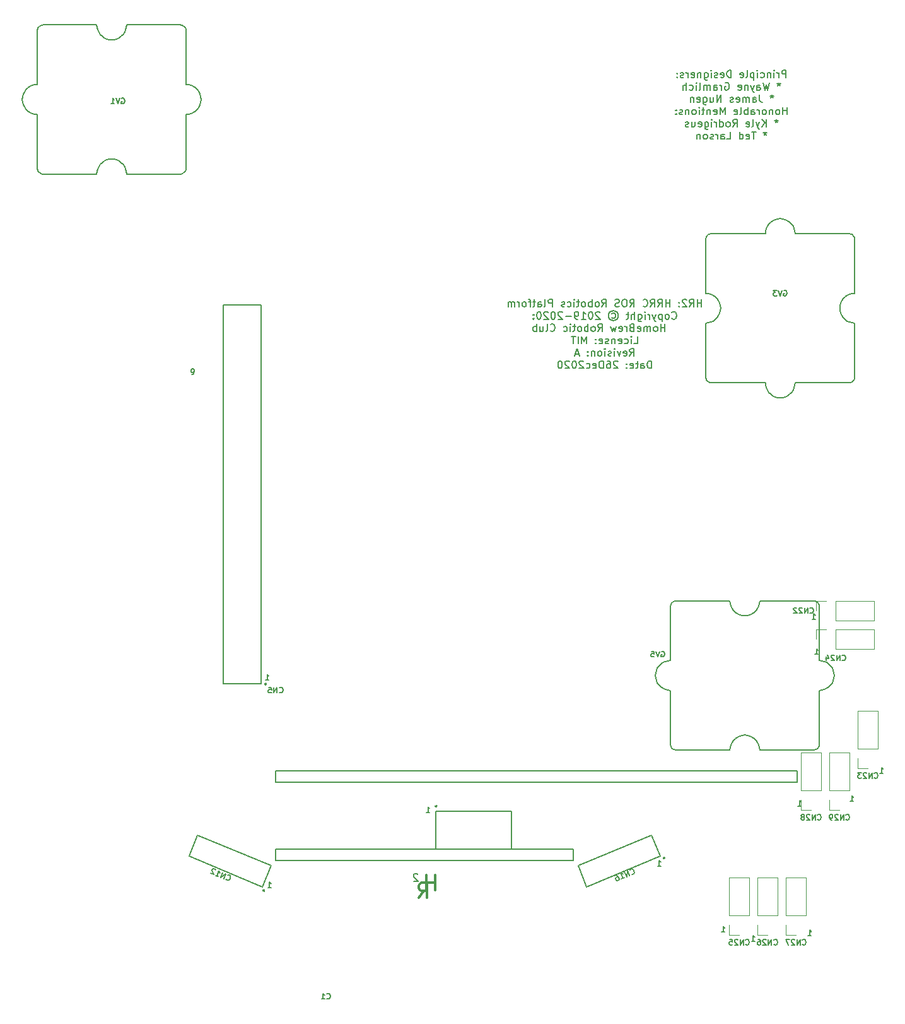
<source format=gbr>
G04 #@! TF.GenerationSoftware,KiCad,Pcbnew,5.1.9-73d0e3b20d~88~ubuntu20.04.1*
G04 #@! TF.CreationDate,2020-12-29T23:42:59-08:00*
G04 #@! TF.ProjectId,master_board,6d617374-6572-45f6-926f-6172642e6b69,Rev. A*
G04 #@! TF.SameCoordinates,Original*
G04 #@! TF.FileFunction,Legend,Bot*
G04 #@! TF.FilePolarity,Positive*
%FSLAX46Y46*%
G04 Gerber Fmt 4.6, Leading zero omitted, Abs format (unit mm)*
G04 Created by KiCad (PCBNEW 5.1.9-73d0e3b20d~88~ubuntu20.04.1) date 2020-12-29 23:42:59*
%MOMM*%
%LPD*%
G01*
G04 APERTURE LIST*
%ADD10C,0.150000*%
%ADD11C,0.200000*%
%ADD12C,0.300000*%
%ADD13C,0.120000*%
G04 APERTURE END LIST*
D10*
X148533523Y-44079380D02*
X148533523Y-43079380D01*
X148152571Y-43079380D01*
X148057333Y-43127000D01*
X148009714Y-43174619D01*
X147962095Y-43269857D01*
X147962095Y-43412714D01*
X148009714Y-43507952D01*
X148057333Y-43555571D01*
X148152571Y-43603190D01*
X148533523Y-43603190D01*
X147533523Y-44079380D02*
X147533523Y-43412714D01*
X147533523Y-43603190D02*
X147485904Y-43507952D01*
X147438285Y-43460333D01*
X147343047Y-43412714D01*
X147247809Y-43412714D01*
X146914476Y-44079380D02*
X146914476Y-43412714D01*
X146914476Y-43079380D02*
X146962095Y-43127000D01*
X146914476Y-43174619D01*
X146866857Y-43127000D01*
X146914476Y-43079380D01*
X146914476Y-43174619D01*
X146438285Y-43412714D02*
X146438285Y-44079380D01*
X146438285Y-43507952D02*
X146390666Y-43460333D01*
X146295428Y-43412714D01*
X146152571Y-43412714D01*
X146057333Y-43460333D01*
X146009714Y-43555571D01*
X146009714Y-44079380D01*
X145104952Y-44031761D02*
X145200190Y-44079380D01*
X145390666Y-44079380D01*
X145485904Y-44031761D01*
X145533523Y-43984142D01*
X145581142Y-43888904D01*
X145581142Y-43603190D01*
X145533523Y-43507952D01*
X145485904Y-43460333D01*
X145390666Y-43412714D01*
X145200190Y-43412714D01*
X145104952Y-43460333D01*
X144676380Y-44079380D02*
X144676380Y-43412714D01*
X144676380Y-43079380D02*
X144724000Y-43127000D01*
X144676380Y-43174619D01*
X144628761Y-43127000D01*
X144676380Y-43079380D01*
X144676380Y-43174619D01*
X144200190Y-43412714D02*
X144200190Y-44412714D01*
X144200190Y-43460333D02*
X144104952Y-43412714D01*
X143914476Y-43412714D01*
X143819238Y-43460333D01*
X143771619Y-43507952D01*
X143724000Y-43603190D01*
X143724000Y-43888904D01*
X143771619Y-43984142D01*
X143819238Y-44031761D01*
X143914476Y-44079380D01*
X144104952Y-44079380D01*
X144200190Y-44031761D01*
X143152571Y-44079380D02*
X143247809Y-44031761D01*
X143295428Y-43936523D01*
X143295428Y-43079380D01*
X142390666Y-44031761D02*
X142485904Y-44079380D01*
X142676380Y-44079380D01*
X142771619Y-44031761D01*
X142819238Y-43936523D01*
X142819238Y-43555571D01*
X142771619Y-43460333D01*
X142676380Y-43412714D01*
X142485904Y-43412714D01*
X142390666Y-43460333D01*
X142343047Y-43555571D01*
X142343047Y-43650809D01*
X142819238Y-43746047D01*
X141152571Y-44079380D02*
X141152571Y-43079380D01*
X140914476Y-43079380D01*
X140771619Y-43127000D01*
X140676380Y-43222238D01*
X140628761Y-43317476D01*
X140581142Y-43507952D01*
X140581142Y-43650809D01*
X140628761Y-43841285D01*
X140676380Y-43936523D01*
X140771619Y-44031761D01*
X140914476Y-44079380D01*
X141152571Y-44079380D01*
X139771619Y-44031761D02*
X139866857Y-44079380D01*
X140057333Y-44079380D01*
X140152571Y-44031761D01*
X140200190Y-43936523D01*
X140200190Y-43555571D01*
X140152571Y-43460333D01*
X140057333Y-43412714D01*
X139866857Y-43412714D01*
X139771619Y-43460333D01*
X139724000Y-43555571D01*
X139724000Y-43650809D01*
X140200190Y-43746047D01*
X139343047Y-44031761D02*
X139247809Y-44079380D01*
X139057333Y-44079380D01*
X138962095Y-44031761D01*
X138914476Y-43936523D01*
X138914476Y-43888904D01*
X138962095Y-43793666D01*
X139057333Y-43746047D01*
X139200190Y-43746047D01*
X139295428Y-43698428D01*
X139343047Y-43603190D01*
X139343047Y-43555571D01*
X139295428Y-43460333D01*
X139200190Y-43412714D01*
X139057333Y-43412714D01*
X138962095Y-43460333D01*
X138485904Y-44079380D02*
X138485904Y-43412714D01*
X138485904Y-43079380D02*
X138533523Y-43127000D01*
X138485904Y-43174619D01*
X138438285Y-43127000D01*
X138485904Y-43079380D01*
X138485904Y-43174619D01*
X137581142Y-43412714D02*
X137581142Y-44222238D01*
X137628761Y-44317476D01*
X137676380Y-44365095D01*
X137771619Y-44412714D01*
X137914476Y-44412714D01*
X138009714Y-44365095D01*
X137581142Y-44031761D02*
X137676380Y-44079380D01*
X137866857Y-44079380D01*
X137962095Y-44031761D01*
X138009714Y-43984142D01*
X138057333Y-43888904D01*
X138057333Y-43603190D01*
X138009714Y-43507952D01*
X137962095Y-43460333D01*
X137866857Y-43412714D01*
X137676380Y-43412714D01*
X137581142Y-43460333D01*
X137104952Y-43412714D02*
X137104952Y-44079380D01*
X137104952Y-43507952D02*
X137057333Y-43460333D01*
X136962095Y-43412714D01*
X136819238Y-43412714D01*
X136724000Y-43460333D01*
X136676380Y-43555571D01*
X136676380Y-44079380D01*
X135819238Y-44031761D02*
X135914476Y-44079380D01*
X136104952Y-44079380D01*
X136200190Y-44031761D01*
X136247809Y-43936523D01*
X136247809Y-43555571D01*
X136200190Y-43460333D01*
X136104952Y-43412714D01*
X135914476Y-43412714D01*
X135819238Y-43460333D01*
X135771619Y-43555571D01*
X135771619Y-43650809D01*
X136247809Y-43746047D01*
X135343047Y-44079380D02*
X135343047Y-43412714D01*
X135343047Y-43603190D02*
X135295428Y-43507952D01*
X135247809Y-43460333D01*
X135152571Y-43412714D01*
X135057333Y-43412714D01*
X134771619Y-44031761D02*
X134676380Y-44079380D01*
X134485904Y-44079380D01*
X134390666Y-44031761D01*
X134343047Y-43936523D01*
X134343047Y-43888904D01*
X134390666Y-43793666D01*
X134485904Y-43746047D01*
X134628761Y-43746047D01*
X134724000Y-43698428D01*
X134771619Y-43603190D01*
X134771619Y-43555571D01*
X134724000Y-43460333D01*
X134628761Y-43412714D01*
X134485904Y-43412714D01*
X134390666Y-43460333D01*
X133914476Y-43984142D02*
X133866857Y-44031761D01*
X133914476Y-44079380D01*
X133962095Y-44031761D01*
X133914476Y-43984142D01*
X133914476Y-44079380D01*
X133914476Y-43460333D02*
X133866857Y-43507952D01*
X133914476Y-43555571D01*
X133962095Y-43507952D01*
X133914476Y-43460333D01*
X133914476Y-43555571D01*
X147581142Y-44729380D02*
X147581142Y-44967476D01*
X147819238Y-44872238D02*
X147581142Y-44967476D01*
X147343047Y-44872238D01*
X147724000Y-45157952D02*
X147581142Y-44967476D01*
X147438285Y-45157952D01*
X146295428Y-44729380D02*
X146057333Y-45729380D01*
X145866857Y-45015095D01*
X145676380Y-45729380D01*
X145438285Y-44729380D01*
X144628761Y-45729380D02*
X144628761Y-45205571D01*
X144676380Y-45110333D01*
X144771619Y-45062714D01*
X144962095Y-45062714D01*
X145057333Y-45110333D01*
X144628761Y-45681761D02*
X144724000Y-45729380D01*
X144962095Y-45729380D01*
X145057333Y-45681761D01*
X145104952Y-45586523D01*
X145104952Y-45491285D01*
X145057333Y-45396047D01*
X144962095Y-45348428D01*
X144724000Y-45348428D01*
X144628761Y-45300809D01*
X144247809Y-45062714D02*
X144009714Y-45729380D01*
X143771619Y-45062714D02*
X144009714Y-45729380D01*
X144104952Y-45967476D01*
X144152571Y-46015095D01*
X144247809Y-46062714D01*
X143390666Y-45062714D02*
X143390666Y-45729380D01*
X143390666Y-45157952D02*
X143343047Y-45110333D01*
X143247809Y-45062714D01*
X143104952Y-45062714D01*
X143009714Y-45110333D01*
X142962095Y-45205571D01*
X142962095Y-45729380D01*
X142104952Y-45681761D02*
X142200190Y-45729380D01*
X142390666Y-45729380D01*
X142485904Y-45681761D01*
X142533523Y-45586523D01*
X142533523Y-45205571D01*
X142485904Y-45110333D01*
X142390666Y-45062714D01*
X142200190Y-45062714D01*
X142104952Y-45110333D01*
X142057333Y-45205571D01*
X142057333Y-45300809D01*
X142533523Y-45396047D01*
X140343047Y-44777000D02*
X140438285Y-44729380D01*
X140581142Y-44729380D01*
X140724000Y-44777000D01*
X140819238Y-44872238D01*
X140866857Y-44967476D01*
X140914476Y-45157952D01*
X140914476Y-45300809D01*
X140866857Y-45491285D01*
X140819238Y-45586523D01*
X140724000Y-45681761D01*
X140581142Y-45729380D01*
X140485904Y-45729380D01*
X140343047Y-45681761D01*
X140295428Y-45634142D01*
X140295428Y-45300809D01*
X140485904Y-45300809D01*
X139866857Y-45729380D02*
X139866857Y-45062714D01*
X139866857Y-45253190D02*
X139819238Y-45157952D01*
X139771619Y-45110333D01*
X139676380Y-45062714D01*
X139581142Y-45062714D01*
X138819238Y-45729380D02*
X138819238Y-45205571D01*
X138866857Y-45110333D01*
X138962095Y-45062714D01*
X139152571Y-45062714D01*
X139247809Y-45110333D01*
X138819238Y-45681761D02*
X138914476Y-45729380D01*
X139152571Y-45729380D01*
X139247809Y-45681761D01*
X139295428Y-45586523D01*
X139295428Y-45491285D01*
X139247809Y-45396047D01*
X139152571Y-45348428D01*
X138914476Y-45348428D01*
X138819238Y-45300809D01*
X138343047Y-45729380D02*
X138343047Y-45062714D01*
X138343047Y-45157952D02*
X138295428Y-45110333D01*
X138200190Y-45062714D01*
X138057333Y-45062714D01*
X137962095Y-45110333D01*
X137914476Y-45205571D01*
X137914476Y-45729380D01*
X137914476Y-45205571D02*
X137866857Y-45110333D01*
X137771619Y-45062714D01*
X137628761Y-45062714D01*
X137533523Y-45110333D01*
X137485904Y-45205571D01*
X137485904Y-45729380D01*
X136866857Y-45729380D02*
X136962095Y-45681761D01*
X137009714Y-45586523D01*
X137009714Y-44729380D01*
X136485904Y-45729380D02*
X136485904Y-45062714D01*
X136485904Y-44729380D02*
X136533523Y-44777000D01*
X136485904Y-44824619D01*
X136438285Y-44777000D01*
X136485904Y-44729380D01*
X136485904Y-44824619D01*
X135581142Y-45681761D02*
X135676380Y-45729380D01*
X135866857Y-45729380D01*
X135962095Y-45681761D01*
X136009714Y-45634142D01*
X136057333Y-45538904D01*
X136057333Y-45253190D01*
X136009714Y-45157952D01*
X135962095Y-45110333D01*
X135866857Y-45062714D01*
X135676380Y-45062714D01*
X135581142Y-45110333D01*
X135152571Y-45729380D02*
X135152571Y-44729380D01*
X134724000Y-45729380D02*
X134724000Y-45205571D01*
X134771619Y-45110333D01*
X134866857Y-45062714D01*
X135009714Y-45062714D01*
X135104952Y-45110333D01*
X135152571Y-45157952D01*
X146628761Y-46379380D02*
X146628761Y-46617476D01*
X146866857Y-46522238D02*
X146628761Y-46617476D01*
X146390666Y-46522238D01*
X146771619Y-46807952D02*
X146628761Y-46617476D01*
X146485904Y-46807952D01*
X144962095Y-46379380D02*
X144962095Y-47093666D01*
X145009714Y-47236523D01*
X145104952Y-47331761D01*
X145247809Y-47379380D01*
X145343047Y-47379380D01*
X144057333Y-47379380D02*
X144057333Y-46855571D01*
X144104952Y-46760333D01*
X144200190Y-46712714D01*
X144390666Y-46712714D01*
X144485904Y-46760333D01*
X144057333Y-47331761D02*
X144152571Y-47379380D01*
X144390666Y-47379380D01*
X144485904Y-47331761D01*
X144533523Y-47236523D01*
X144533523Y-47141285D01*
X144485904Y-47046047D01*
X144390666Y-46998428D01*
X144152571Y-46998428D01*
X144057333Y-46950809D01*
X143581142Y-47379380D02*
X143581142Y-46712714D01*
X143581142Y-46807952D02*
X143533523Y-46760333D01*
X143438285Y-46712714D01*
X143295428Y-46712714D01*
X143200190Y-46760333D01*
X143152571Y-46855571D01*
X143152571Y-47379380D01*
X143152571Y-46855571D02*
X143104952Y-46760333D01*
X143009714Y-46712714D01*
X142866857Y-46712714D01*
X142771619Y-46760333D01*
X142724000Y-46855571D01*
X142724000Y-47379380D01*
X141866857Y-47331761D02*
X141962095Y-47379380D01*
X142152571Y-47379380D01*
X142247809Y-47331761D01*
X142295428Y-47236523D01*
X142295428Y-46855571D01*
X142247809Y-46760333D01*
X142152571Y-46712714D01*
X141962095Y-46712714D01*
X141866857Y-46760333D01*
X141819238Y-46855571D01*
X141819238Y-46950809D01*
X142295428Y-47046047D01*
X141438285Y-47331761D02*
X141343047Y-47379380D01*
X141152571Y-47379380D01*
X141057333Y-47331761D01*
X141009714Y-47236523D01*
X141009714Y-47188904D01*
X141057333Y-47093666D01*
X141152571Y-47046047D01*
X141295428Y-47046047D01*
X141390666Y-46998428D01*
X141438285Y-46903190D01*
X141438285Y-46855571D01*
X141390666Y-46760333D01*
X141295428Y-46712714D01*
X141152571Y-46712714D01*
X141057333Y-46760333D01*
X139819238Y-47379380D02*
X139819238Y-46379380D01*
X139247809Y-47379380D01*
X139247809Y-46379380D01*
X138343047Y-46712714D02*
X138343047Y-47379380D01*
X138771619Y-46712714D02*
X138771619Y-47236523D01*
X138724000Y-47331761D01*
X138628761Y-47379380D01*
X138485904Y-47379380D01*
X138390666Y-47331761D01*
X138343047Y-47284142D01*
X137438285Y-46712714D02*
X137438285Y-47522238D01*
X137485904Y-47617476D01*
X137533523Y-47665095D01*
X137628761Y-47712714D01*
X137771619Y-47712714D01*
X137866857Y-47665095D01*
X137438285Y-47331761D02*
X137533523Y-47379380D01*
X137724000Y-47379380D01*
X137819238Y-47331761D01*
X137866857Y-47284142D01*
X137914476Y-47188904D01*
X137914476Y-46903190D01*
X137866857Y-46807952D01*
X137819238Y-46760333D01*
X137724000Y-46712714D01*
X137533523Y-46712714D01*
X137438285Y-46760333D01*
X136581142Y-47331761D02*
X136676380Y-47379380D01*
X136866857Y-47379380D01*
X136962095Y-47331761D01*
X137009714Y-47236523D01*
X137009714Y-46855571D01*
X136962095Y-46760333D01*
X136866857Y-46712714D01*
X136676380Y-46712714D01*
X136581142Y-46760333D01*
X136533523Y-46855571D01*
X136533523Y-46950809D01*
X137009714Y-47046047D01*
X136104952Y-46712714D02*
X136104952Y-47379380D01*
X136104952Y-46807952D02*
X136057333Y-46760333D01*
X135962095Y-46712714D01*
X135819238Y-46712714D01*
X135724000Y-46760333D01*
X135676380Y-46855571D01*
X135676380Y-47379380D01*
X148676380Y-49029380D02*
X148676380Y-48029380D01*
X148676380Y-48505571D02*
X148104952Y-48505571D01*
X148104952Y-49029380D02*
X148104952Y-48029380D01*
X147485904Y-49029380D02*
X147581142Y-48981761D01*
X147628761Y-48934142D01*
X147676380Y-48838904D01*
X147676380Y-48553190D01*
X147628761Y-48457952D01*
X147581142Y-48410333D01*
X147485904Y-48362714D01*
X147343047Y-48362714D01*
X147247809Y-48410333D01*
X147200190Y-48457952D01*
X147152571Y-48553190D01*
X147152571Y-48838904D01*
X147200190Y-48934142D01*
X147247809Y-48981761D01*
X147343047Y-49029380D01*
X147485904Y-49029380D01*
X146724000Y-48362714D02*
X146724000Y-49029380D01*
X146724000Y-48457952D02*
X146676380Y-48410333D01*
X146581142Y-48362714D01*
X146438285Y-48362714D01*
X146343047Y-48410333D01*
X146295428Y-48505571D01*
X146295428Y-49029380D01*
X145676380Y-49029380D02*
X145771619Y-48981761D01*
X145819238Y-48934142D01*
X145866857Y-48838904D01*
X145866857Y-48553190D01*
X145819238Y-48457952D01*
X145771619Y-48410333D01*
X145676380Y-48362714D01*
X145533523Y-48362714D01*
X145438285Y-48410333D01*
X145390666Y-48457952D01*
X145343047Y-48553190D01*
X145343047Y-48838904D01*
X145390666Y-48934142D01*
X145438285Y-48981761D01*
X145533523Y-49029380D01*
X145676380Y-49029380D01*
X144914476Y-49029380D02*
X144914476Y-48362714D01*
X144914476Y-48553190D02*
X144866857Y-48457952D01*
X144819238Y-48410333D01*
X144724000Y-48362714D01*
X144628761Y-48362714D01*
X143866857Y-49029380D02*
X143866857Y-48505571D01*
X143914476Y-48410333D01*
X144009714Y-48362714D01*
X144200190Y-48362714D01*
X144295428Y-48410333D01*
X143866857Y-48981761D02*
X143962095Y-49029380D01*
X144200190Y-49029380D01*
X144295428Y-48981761D01*
X144343047Y-48886523D01*
X144343047Y-48791285D01*
X144295428Y-48696047D01*
X144200190Y-48648428D01*
X143962095Y-48648428D01*
X143866857Y-48600809D01*
X143390666Y-49029380D02*
X143390666Y-48029380D01*
X143390666Y-48410333D02*
X143295428Y-48362714D01*
X143104952Y-48362714D01*
X143009714Y-48410333D01*
X142962095Y-48457952D01*
X142914476Y-48553190D01*
X142914476Y-48838904D01*
X142962095Y-48934142D01*
X143009714Y-48981761D01*
X143104952Y-49029380D01*
X143295428Y-49029380D01*
X143390666Y-48981761D01*
X142343047Y-49029380D02*
X142438285Y-48981761D01*
X142485904Y-48886523D01*
X142485904Y-48029380D01*
X141581142Y-48981761D02*
X141676380Y-49029380D01*
X141866857Y-49029380D01*
X141962095Y-48981761D01*
X142009714Y-48886523D01*
X142009714Y-48505571D01*
X141962095Y-48410333D01*
X141866857Y-48362714D01*
X141676380Y-48362714D01*
X141581142Y-48410333D01*
X141533523Y-48505571D01*
X141533523Y-48600809D01*
X142009714Y-48696047D01*
X140343047Y-49029380D02*
X140343047Y-48029380D01*
X140009714Y-48743666D01*
X139676380Y-48029380D01*
X139676380Y-49029380D01*
X138819238Y-48981761D02*
X138914476Y-49029380D01*
X139104952Y-49029380D01*
X139200190Y-48981761D01*
X139247809Y-48886523D01*
X139247809Y-48505571D01*
X139200190Y-48410333D01*
X139104952Y-48362714D01*
X138914476Y-48362714D01*
X138819238Y-48410333D01*
X138771619Y-48505571D01*
X138771619Y-48600809D01*
X139247809Y-48696047D01*
X138343047Y-48362714D02*
X138343047Y-49029380D01*
X138343047Y-48457952D02*
X138295428Y-48410333D01*
X138200190Y-48362714D01*
X138057333Y-48362714D01*
X137962095Y-48410333D01*
X137914476Y-48505571D01*
X137914476Y-49029380D01*
X137581142Y-48362714D02*
X137200190Y-48362714D01*
X137438285Y-48029380D02*
X137438285Y-48886523D01*
X137390666Y-48981761D01*
X137295428Y-49029380D01*
X137200190Y-49029380D01*
X136866857Y-49029380D02*
X136866857Y-48362714D01*
X136866857Y-48029380D02*
X136914476Y-48077000D01*
X136866857Y-48124619D01*
X136819238Y-48077000D01*
X136866857Y-48029380D01*
X136866857Y-48124619D01*
X136247809Y-49029380D02*
X136343047Y-48981761D01*
X136390666Y-48934142D01*
X136438285Y-48838904D01*
X136438285Y-48553190D01*
X136390666Y-48457952D01*
X136343047Y-48410333D01*
X136247809Y-48362714D01*
X136104952Y-48362714D01*
X136009714Y-48410333D01*
X135962095Y-48457952D01*
X135914476Y-48553190D01*
X135914476Y-48838904D01*
X135962095Y-48934142D01*
X136009714Y-48981761D01*
X136104952Y-49029380D01*
X136247809Y-49029380D01*
X135485904Y-48362714D02*
X135485904Y-49029380D01*
X135485904Y-48457952D02*
X135438285Y-48410333D01*
X135343047Y-48362714D01*
X135200190Y-48362714D01*
X135104952Y-48410333D01*
X135057333Y-48505571D01*
X135057333Y-49029380D01*
X134628761Y-48981761D02*
X134533523Y-49029380D01*
X134343047Y-49029380D01*
X134247809Y-48981761D01*
X134200190Y-48886523D01*
X134200190Y-48838904D01*
X134247809Y-48743666D01*
X134343047Y-48696047D01*
X134485904Y-48696047D01*
X134581142Y-48648428D01*
X134628761Y-48553190D01*
X134628761Y-48505571D01*
X134581142Y-48410333D01*
X134485904Y-48362714D01*
X134343047Y-48362714D01*
X134247809Y-48410333D01*
X133771619Y-48934142D02*
X133724000Y-48981761D01*
X133771619Y-49029380D01*
X133819238Y-48981761D01*
X133771619Y-48934142D01*
X133771619Y-49029380D01*
X133771619Y-48410333D02*
X133724000Y-48457952D01*
X133771619Y-48505571D01*
X133819238Y-48457952D01*
X133771619Y-48410333D01*
X133771619Y-48505571D01*
X147247809Y-49679380D02*
X147247809Y-49917476D01*
X147485904Y-49822238D02*
X147247809Y-49917476D01*
X147009714Y-49822238D01*
X147390666Y-50107952D02*
X147247809Y-49917476D01*
X147104952Y-50107952D01*
X145866857Y-50679380D02*
X145866857Y-49679380D01*
X145295428Y-50679380D02*
X145724000Y-50107952D01*
X145295428Y-49679380D02*
X145866857Y-50250809D01*
X144962095Y-50012714D02*
X144724000Y-50679380D01*
X144485904Y-50012714D02*
X144724000Y-50679380D01*
X144819238Y-50917476D01*
X144866857Y-50965095D01*
X144962095Y-51012714D01*
X143962095Y-50679380D02*
X144057333Y-50631761D01*
X144104952Y-50536523D01*
X144104952Y-49679380D01*
X143200190Y-50631761D02*
X143295428Y-50679380D01*
X143485904Y-50679380D01*
X143581142Y-50631761D01*
X143628761Y-50536523D01*
X143628761Y-50155571D01*
X143581142Y-50060333D01*
X143485904Y-50012714D01*
X143295428Y-50012714D01*
X143200190Y-50060333D01*
X143152571Y-50155571D01*
X143152571Y-50250809D01*
X143628761Y-50346047D01*
X141390666Y-50679380D02*
X141724000Y-50203190D01*
X141962095Y-50679380D02*
X141962095Y-49679380D01*
X141581142Y-49679380D01*
X141485904Y-49727000D01*
X141438285Y-49774619D01*
X141390666Y-49869857D01*
X141390666Y-50012714D01*
X141438285Y-50107952D01*
X141485904Y-50155571D01*
X141581142Y-50203190D01*
X141962095Y-50203190D01*
X140819238Y-50679380D02*
X140914476Y-50631761D01*
X140962095Y-50584142D01*
X141009714Y-50488904D01*
X141009714Y-50203190D01*
X140962095Y-50107952D01*
X140914476Y-50060333D01*
X140819238Y-50012714D01*
X140676380Y-50012714D01*
X140581142Y-50060333D01*
X140533523Y-50107952D01*
X140485904Y-50203190D01*
X140485904Y-50488904D01*
X140533523Y-50584142D01*
X140581142Y-50631761D01*
X140676380Y-50679380D01*
X140819238Y-50679380D01*
X139628761Y-50679380D02*
X139628761Y-49679380D01*
X139628761Y-50631761D02*
X139724000Y-50679380D01*
X139914476Y-50679380D01*
X140009714Y-50631761D01*
X140057333Y-50584142D01*
X140104952Y-50488904D01*
X140104952Y-50203190D01*
X140057333Y-50107952D01*
X140009714Y-50060333D01*
X139914476Y-50012714D01*
X139724000Y-50012714D01*
X139628761Y-50060333D01*
X139152571Y-50679380D02*
X139152571Y-50012714D01*
X139152571Y-50203190D02*
X139104952Y-50107952D01*
X139057333Y-50060333D01*
X138962095Y-50012714D01*
X138866857Y-50012714D01*
X138533523Y-50679380D02*
X138533523Y-50012714D01*
X138533523Y-49679380D02*
X138581142Y-49727000D01*
X138533523Y-49774619D01*
X138485904Y-49727000D01*
X138533523Y-49679380D01*
X138533523Y-49774619D01*
X137628761Y-50012714D02*
X137628761Y-50822238D01*
X137676380Y-50917476D01*
X137724000Y-50965095D01*
X137819238Y-51012714D01*
X137962095Y-51012714D01*
X138057333Y-50965095D01*
X137628761Y-50631761D02*
X137724000Y-50679380D01*
X137914476Y-50679380D01*
X138009714Y-50631761D01*
X138057333Y-50584142D01*
X138104952Y-50488904D01*
X138104952Y-50203190D01*
X138057333Y-50107952D01*
X138009714Y-50060333D01*
X137914476Y-50012714D01*
X137724000Y-50012714D01*
X137628761Y-50060333D01*
X136771619Y-50631761D02*
X136866857Y-50679380D01*
X137057333Y-50679380D01*
X137152571Y-50631761D01*
X137200190Y-50536523D01*
X137200190Y-50155571D01*
X137152571Y-50060333D01*
X137057333Y-50012714D01*
X136866857Y-50012714D01*
X136771619Y-50060333D01*
X136724000Y-50155571D01*
X136724000Y-50250809D01*
X137200190Y-50346047D01*
X135866857Y-50012714D02*
X135866857Y-50679380D01*
X136295428Y-50012714D02*
X136295428Y-50536523D01*
X136247809Y-50631761D01*
X136152571Y-50679380D01*
X136009714Y-50679380D01*
X135914476Y-50631761D01*
X135866857Y-50584142D01*
X135438285Y-50631761D02*
X135343047Y-50679380D01*
X135152571Y-50679380D01*
X135057333Y-50631761D01*
X135009714Y-50536523D01*
X135009714Y-50488904D01*
X135057333Y-50393666D01*
X135152571Y-50346047D01*
X135295428Y-50346047D01*
X135390666Y-50298428D01*
X135438285Y-50203190D01*
X135438285Y-50155571D01*
X135390666Y-50060333D01*
X135295428Y-50012714D01*
X135152571Y-50012714D01*
X135057333Y-50060333D01*
X145724000Y-51329380D02*
X145724000Y-51567476D01*
X145962095Y-51472238D02*
X145724000Y-51567476D01*
X145485904Y-51472238D01*
X145866857Y-51757952D02*
X145724000Y-51567476D01*
X145581142Y-51757952D01*
X144485904Y-51329380D02*
X143914476Y-51329380D01*
X144200190Y-52329380D02*
X144200190Y-51329380D01*
X143200190Y-52281761D02*
X143295428Y-52329380D01*
X143485904Y-52329380D01*
X143581142Y-52281761D01*
X143628761Y-52186523D01*
X143628761Y-51805571D01*
X143581142Y-51710333D01*
X143485904Y-51662714D01*
X143295428Y-51662714D01*
X143200190Y-51710333D01*
X143152571Y-51805571D01*
X143152571Y-51900809D01*
X143628761Y-51996047D01*
X142295428Y-52329380D02*
X142295428Y-51329380D01*
X142295428Y-52281761D02*
X142390666Y-52329380D01*
X142581142Y-52329380D01*
X142676380Y-52281761D01*
X142724000Y-52234142D01*
X142771619Y-52138904D01*
X142771619Y-51853190D01*
X142724000Y-51757952D01*
X142676380Y-51710333D01*
X142581142Y-51662714D01*
X142390666Y-51662714D01*
X142295428Y-51710333D01*
X140581142Y-52329380D02*
X141057333Y-52329380D01*
X141057333Y-51329380D01*
X139819238Y-52329380D02*
X139819238Y-51805571D01*
X139866857Y-51710333D01*
X139962095Y-51662714D01*
X140152571Y-51662714D01*
X140247809Y-51710333D01*
X139819238Y-52281761D02*
X139914476Y-52329380D01*
X140152571Y-52329380D01*
X140247809Y-52281761D01*
X140295428Y-52186523D01*
X140295428Y-52091285D01*
X140247809Y-51996047D01*
X140152571Y-51948428D01*
X139914476Y-51948428D01*
X139819238Y-51900809D01*
X139343047Y-52329380D02*
X139343047Y-51662714D01*
X139343047Y-51853190D02*
X139295428Y-51757952D01*
X139247809Y-51710333D01*
X139152571Y-51662714D01*
X139057333Y-51662714D01*
X138771619Y-52281761D02*
X138676380Y-52329380D01*
X138485904Y-52329380D01*
X138390666Y-52281761D01*
X138343047Y-52186523D01*
X138343047Y-52138904D01*
X138390666Y-52043666D01*
X138485904Y-51996047D01*
X138628761Y-51996047D01*
X138724000Y-51948428D01*
X138771619Y-51853190D01*
X138771619Y-51805571D01*
X138724000Y-51710333D01*
X138628761Y-51662714D01*
X138485904Y-51662714D01*
X138390666Y-51710333D01*
X137771619Y-52329380D02*
X137866857Y-52281761D01*
X137914476Y-52234142D01*
X137962095Y-52138904D01*
X137962095Y-51853190D01*
X137914476Y-51757952D01*
X137866857Y-51710333D01*
X137771619Y-51662714D01*
X137628761Y-51662714D01*
X137533523Y-51710333D01*
X137485904Y-51757952D01*
X137438285Y-51853190D01*
X137438285Y-52138904D01*
X137485904Y-52234142D01*
X137533523Y-52281761D01*
X137628761Y-52329380D01*
X137771619Y-52329380D01*
X137009714Y-51662714D02*
X137009714Y-52329380D01*
X137009714Y-51757952D02*
X136962095Y-51710333D01*
X136866857Y-51662714D01*
X136724000Y-51662714D01*
X136628761Y-51710333D01*
X136581142Y-51805571D01*
X136581142Y-52329380D01*
X137182190Y-74813380D02*
X137182190Y-73813380D01*
X137182190Y-74289571D02*
X136610761Y-74289571D01*
X136610761Y-74813380D02*
X136610761Y-73813380D01*
X135563142Y-74813380D02*
X135896476Y-74337190D01*
X136134571Y-74813380D02*
X136134571Y-73813380D01*
X135753619Y-73813380D01*
X135658380Y-73861000D01*
X135610761Y-73908619D01*
X135563142Y-74003857D01*
X135563142Y-74146714D01*
X135610761Y-74241952D01*
X135658380Y-74289571D01*
X135753619Y-74337190D01*
X136134571Y-74337190D01*
X135182190Y-73908619D02*
X135134571Y-73861000D01*
X135039333Y-73813380D01*
X134801238Y-73813380D01*
X134706000Y-73861000D01*
X134658380Y-73908619D01*
X134610761Y-74003857D01*
X134610761Y-74099095D01*
X134658380Y-74241952D01*
X135229809Y-74813380D01*
X134610761Y-74813380D01*
X134182190Y-74718142D02*
X134134571Y-74765761D01*
X134182190Y-74813380D01*
X134229809Y-74765761D01*
X134182190Y-74718142D01*
X134182190Y-74813380D01*
X134182190Y-74194333D02*
X134134571Y-74241952D01*
X134182190Y-74289571D01*
X134229809Y-74241952D01*
X134182190Y-74194333D01*
X134182190Y-74289571D01*
X132944095Y-74813380D02*
X132944095Y-73813380D01*
X132944095Y-74289571D02*
X132372666Y-74289571D01*
X132372666Y-74813380D02*
X132372666Y-73813380D01*
X131325047Y-74813380D02*
X131658380Y-74337190D01*
X131896476Y-74813380D02*
X131896476Y-73813380D01*
X131515523Y-73813380D01*
X131420285Y-73861000D01*
X131372666Y-73908619D01*
X131325047Y-74003857D01*
X131325047Y-74146714D01*
X131372666Y-74241952D01*
X131420285Y-74289571D01*
X131515523Y-74337190D01*
X131896476Y-74337190D01*
X130325047Y-74813380D02*
X130658380Y-74337190D01*
X130896476Y-74813380D02*
X130896476Y-73813380D01*
X130515523Y-73813380D01*
X130420285Y-73861000D01*
X130372666Y-73908619D01*
X130325047Y-74003857D01*
X130325047Y-74146714D01*
X130372666Y-74241952D01*
X130420285Y-74289571D01*
X130515523Y-74337190D01*
X130896476Y-74337190D01*
X129325047Y-74718142D02*
X129372666Y-74765761D01*
X129515523Y-74813380D01*
X129610761Y-74813380D01*
X129753619Y-74765761D01*
X129848857Y-74670523D01*
X129896476Y-74575285D01*
X129944095Y-74384809D01*
X129944095Y-74241952D01*
X129896476Y-74051476D01*
X129848857Y-73956238D01*
X129753619Y-73861000D01*
X129610761Y-73813380D01*
X129515523Y-73813380D01*
X129372666Y-73861000D01*
X129325047Y-73908619D01*
X127563142Y-74813380D02*
X127896476Y-74337190D01*
X128134571Y-74813380D02*
X128134571Y-73813380D01*
X127753619Y-73813380D01*
X127658380Y-73861000D01*
X127610761Y-73908619D01*
X127563142Y-74003857D01*
X127563142Y-74146714D01*
X127610761Y-74241952D01*
X127658380Y-74289571D01*
X127753619Y-74337190D01*
X128134571Y-74337190D01*
X126944095Y-73813380D02*
X126753619Y-73813380D01*
X126658380Y-73861000D01*
X126563142Y-73956238D01*
X126515523Y-74146714D01*
X126515523Y-74480047D01*
X126563142Y-74670523D01*
X126658380Y-74765761D01*
X126753619Y-74813380D01*
X126944095Y-74813380D01*
X127039333Y-74765761D01*
X127134571Y-74670523D01*
X127182190Y-74480047D01*
X127182190Y-74146714D01*
X127134571Y-73956238D01*
X127039333Y-73861000D01*
X126944095Y-73813380D01*
X126134571Y-74765761D02*
X125991714Y-74813380D01*
X125753619Y-74813380D01*
X125658380Y-74765761D01*
X125610761Y-74718142D01*
X125563142Y-74622904D01*
X125563142Y-74527666D01*
X125610761Y-74432428D01*
X125658380Y-74384809D01*
X125753619Y-74337190D01*
X125944095Y-74289571D01*
X126039333Y-74241952D01*
X126086952Y-74194333D01*
X126134571Y-74099095D01*
X126134571Y-74003857D01*
X126086952Y-73908619D01*
X126039333Y-73861000D01*
X125944095Y-73813380D01*
X125706000Y-73813380D01*
X125563142Y-73861000D01*
X123801238Y-74813380D02*
X124134571Y-74337190D01*
X124372666Y-74813380D02*
X124372666Y-73813380D01*
X123991714Y-73813380D01*
X123896476Y-73861000D01*
X123848857Y-73908619D01*
X123801238Y-74003857D01*
X123801238Y-74146714D01*
X123848857Y-74241952D01*
X123896476Y-74289571D01*
X123991714Y-74337190D01*
X124372666Y-74337190D01*
X123229809Y-74813380D02*
X123325047Y-74765761D01*
X123372666Y-74718142D01*
X123420285Y-74622904D01*
X123420285Y-74337190D01*
X123372666Y-74241952D01*
X123325047Y-74194333D01*
X123229809Y-74146714D01*
X123086952Y-74146714D01*
X122991714Y-74194333D01*
X122944095Y-74241952D01*
X122896476Y-74337190D01*
X122896476Y-74622904D01*
X122944095Y-74718142D01*
X122991714Y-74765761D01*
X123086952Y-74813380D01*
X123229809Y-74813380D01*
X122467904Y-74813380D02*
X122467904Y-73813380D01*
X122467904Y-74194333D02*
X122372666Y-74146714D01*
X122182190Y-74146714D01*
X122086952Y-74194333D01*
X122039333Y-74241952D01*
X121991714Y-74337190D01*
X121991714Y-74622904D01*
X122039333Y-74718142D01*
X122086952Y-74765761D01*
X122182190Y-74813380D01*
X122372666Y-74813380D01*
X122467904Y-74765761D01*
X121420285Y-74813380D02*
X121515523Y-74765761D01*
X121563142Y-74718142D01*
X121610761Y-74622904D01*
X121610761Y-74337190D01*
X121563142Y-74241952D01*
X121515523Y-74194333D01*
X121420285Y-74146714D01*
X121277428Y-74146714D01*
X121182190Y-74194333D01*
X121134571Y-74241952D01*
X121086952Y-74337190D01*
X121086952Y-74622904D01*
X121134571Y-74718142D01*
X121182190Y-74765761D01*
X121277428Y-74813380D01*
X121420285Y-74813380D01*
X120801238Y-74146714D02*
X120420285Y-74146714D01*
X120658380Y-73813380D02*
X120658380Y-74670523D01*
X120610761Y-74765761D01*
X120515523Y-74813380D01*
X120420285Y-74813380D01*
X120086952Y-74813380D02*
X120086952Y-74146714D01*
X120086952Y-73813380D02*
X120134571Y-73861000D01*
X120086952Y-73908619D01*
X120039333Y-73861000D01*
X120086952Y-73813380D01*
X120086952Y-73908619D01*
X119182190Y-74765761D02*
X119277428Y-74813380D01*
X119467904Y-74813380D01*
X119563142Y-74765761D01*
X119610761Y-74718142D01*
X119658380Y-74622904D01*
X119658380Y-74337190D01*
X119610761Y-74241952D01*
X119563142Y-74194333D01*
X119467904Y-74146714D01*
X119277428Y-74146714D01*
X119182190Y-74194333D01*
X118801238Y-74765761D02*
X118706000Y-74813380D01*
X118515523Y-74813380D01*
X118420285Y-74765761D01*
X118372666Y-74670523D01*
X118372666Y-74622904D01*
X118420285Y-74527666D01*
X118515523Y-74480047D01*
X118658380Y-74480047D01*
X118753619Y-74432428D01*
X118801238Y-74337190D01*
X118801238Y-74289571D01*
X118753619Y-74194333D01*
X118658380Y-74146714D01*
X118515523Y-74146714D01*
X118420285Y-74194333D01*
X117182190Y-74813380D02*
X117182190Y-73813380D01*
X116801238Y-73813380D01*
X116706000Y-73861000D01*
X116658380Y-73908619D01*
X116610761Y-74003857D01*
X116610761Y-74146714D01*
X116658380Y-74241952D01*
X116706000Y-74289571D01*
X116801238Y-74337190D01*
X117182190Y-74337190D01*
X116039333Y-74813380D02*
X116134571Y-74765761D01*
X116182190Y-74670523D01*
X116182190Y-73813380D01*
X115229809Y-74813380D02*
X115229809Y-74289571D01*
X115277428Y-74194333D01*
X115372666Y-74146714D01*
X115563142Y-74146714D01*
X115658380Y-74194333D01*
X115229809Y-74765761D02*
X115325047Y-74813380D01*
X115563142Y-74813380D01*
X115658380Y-74765761D01*
X115706000Y-74670523D01*
X115706000Y-74575285D01*
X115658380Y-74480047D01*
X115563142Y-74432428D01*
X115325047Y-74432428D01*
X115229809Y-74384809D01*
X114896476Y-74146714D02*
X114515523Y-74146714D01*
X114753619Y-73813380D02*
X114753619Y-74670523D01*
X114706000Y-74765761D01*
X114610761Y-74813380D01*
X114515523Y-74813380D01*
X114325047Y-74146714D02*
X113944095Y-74146714D01*
X114182190Y-74813380D02*
X114182190Y-73956238D01*
X114134571Y-73861000D01*
X114039333Y-73813380D01*
X113944095Y-73813380D01*
X113467904Y-74813380D02*
X113563142Y-74765761D01*
X113610761Y-74718142D01*
X113658380Y-74622904D01*
X113658380Y-74337190D01*
X113610761Y-74241952D01*
X113563142Y-74194333D01*
X113467904Y-74146714D01*
X113325047Y-74146714D01*
X113229809Y-74194333D01*
X113182190Y-74241952D01*
X113134571Y-74337190D01*
X113134571Y-74622904D01*
X113182190Y-74718142D01*
X113229809Y-74765761D01*
X113325047Y-74813380D01*
X113467904Y-74813380D01*
X112706000Y-74813380D02*
X112706000Y-74146714D01*
X112706000Y-74337190D02*
X112658380Y-74241952D01*
X112610761Y-74194333D01*
X112515523Y-74146714D01*
X112420285Y-74146714D01*
X112086952Y-74813380D02*
X112086952Y-74146714D01*
X112086952Y-74241952D02*
X112039333Y-74194333D01*
X111944095Y-74146714D01*
X111801238Y-74146714D01*
X111706000Y-74194333D01*
X111658380Y-74289571D01*
X111658380Y-74813380D01*
X111658380Y-74289571D02*
X111610761Y-74194333D01*
X111515523Y-74146714D01*
X111372666Y-74146714D01*
X111277428Y-74194333D01*
X111229809Y-74289571D01*
X111229809Y-74813380D01*
X133206000Y-76368142D02*
X133253619Y-76415761D01*
X133396476Y-76463380D01*
X133491714Y-76463380D01*
X133634571Y-76415761D01*
X133729809Y-76320523D01*
X133777428Y-76225285D01*
X133825047Y-76034809D01*
X133825047Y-75891952D01*
X133777428Y-75701476D01*
X133729809Y-75606238D01*
X133634571Y-75511000D01*
X133491714Y-75463380D01*
X133396476Y-75463380D01*
X133253619Y-75511000D01*
X133206000Y-75558619D01*
X132634571Y-76463380D02*
X132729809Y-76415761D01*
X132777428Y-76368142D01*
X132825047Y-76272904D01*
X132825047Y-75987190D01*
X132777428Y-75891952D01*
X132729809Y-75844333D01*
X132634571Y-75796714D01*
X132491714Y-75796714D01*
X132396476Y-75844333D01*
X132348857Y-75891952D01*
X132301238Y-75987190D01*
X132301238Y-76272904D01*
X132348857Y-76368142D01*
X132396476Y-76415761D01*
X132491714Y-76463380D01*
X132634571Y-76463380D01*
X131872666Y-75796714D02*
X131872666Y-76796714D01*
X131872666Y-75844333D02*
X131777428Y-75796714D01*
X131586952Y-75796714D01*
X131491714Y-75844333D01*
X131444095Y-75891952D01*
X131396476Y-75987190D01*
X131396476Y-76272904D01*
X131444095Y-76368142D01*
X131491714Y-76415761D01*
X131586952Y-76463380D01*
X131777428Y-76463380D01*
X131872666Y-76415761D01*
X131063142Y-75796714D02*
X130825047Y-76463380D01*
X130586952Y-75796714D02*
X130825047Y-76463380D01*
X130920285Y-76701476D01*
X130967904Y-76749095D01*
X131063142Y-76796714D01*
X130206000Y-76463380D02*
X130206000Y-75796714D01*
X130206000Y-75987190D02*
X130158380Y-75891952D01*
X130110761Y-75844333D01*
X130015523Y-75796714D01*
X129920285Y-75796714D01*
X129586952Y-76463380D02*
X129586952Y-75796714D01*
X129586952Y-75463380D02*
X129634571Y-75511000D01*
X129586952Y-75558619D01*
X129539333Y-75511000D01*
X129586952Y-75463380D01*
X129586952Y-75558619D01*
X128682190Y-75796714D02*
X128682190Y-76606238D01*
X128729809Y-76701476D01*
X128777428Y-76749095D01*
X128872666Y-76796714D01*
X129015523Y-76796714D01*
X129110761Y-76749095D01*
X128682190Y-76415761D02*
X128777428Y-76463380D01*
X128967904Y-76463380D01*
X129063142Y-76415761D01*
X129110761Y-76368142D01*
X129158380Y-76272904D01*
X129158380Y-75987190D01*
X129110761Y-75891952D01*
X129063142Y-75844333D01*
X128967904Y-75796714D01*
X128777428Y-75796714D01*
X128682190Y-75844333D01*
X128206000Y-76463380D02*
X128206000Y-75463380D01*
X127777428Y-76463380D02*
X127777428Y-75939571D01*
X127825047Y-75844333D01*
X127920285Y-75796714D01*
X128063142Y-75796714D01*
X128158380Y-75844333D01*
X128206000Y-75891952D01*
X127444095Y-75796714D02*
X127063142Y-75796714D01*
X127301238Y-75463380D02*
X127301238Y-76320523D01*
X127253619Y-76415761D01*
X127158380Y-76463380D01*
X127063142Y-76463380D01*
X125158380Y-75701476D02*
X125253619Y-75653857D01*
X125444095Y-75653857D01*
X125539333Y-75701476D01*
X125634571Y-75796714D01*
X125682190Y-75891952D01*
X125682190Y-76082428D01*
X125634571Y-76177666D01*
X125539333Y-76272904D01*
X125444095Y-76320523D01*
X125253619Y-76320523D01*
X125158380Y-76272904D01*
X125348857Y-75320523D02*
X125586952Y-75368142D01*
X125825047Y-75511000D01*
X125967904Y-75749095D01*
X126015523Y-75987190D01*
X125967904Y-76225285D01*
X125825047Y-76463380D01*
X125586952Y-76606238D01*
X125348857Y-76653857D01*
X125110761Y-76606238D01*
X124872666Y-76463380D01*
X124729809Y-76225285D01*
X124682190Y-75987190D01*
X124729809Y-75749095D01*
X124872666Y-75511000D01*
X125110761Y-75368142D01*
X125348857Y-75320523D01*
X123539333Y-75558619D02*
X123491714Y-75511000D01*
X123396476Y-75463380D01*
X123158380Y-75463380D01*
X123063142Y-75511000D01*
X123015523Y-75558619D01*
X122967904Y-75653857D01*
X122967904Y-75749095D01*
X123015523Y-75891952D01*
X123586952Y-76463380D01*
X122967904Y-76463380D01*
X122348857Y-75463380D02*
X122253619Y-75463380D01*
X122158380Y-75511000D01*
X122110761Y-75558619D01*
X122063142Y-75653857D01*
X122015523Y-75844333D01*
X122015523Y-76082428D01*
X122063142Y-76272904D01*
X122110761Y-76368142D01*
X122158380Y-76415761D01*
X122253619Y-76463380D01*
X122348857Y-76463380D01*
X122444095Y-76415761D01*
X122491714Y-76368142D01*
X122539333Y-76272904D01*
X122586952Y-76082428D01*
X122586952Y-75844333D01*
X122539333Y-75653857D01*
X122491714Y-75558619D01*
X122444095Y-75511000D01*
X122348857Y-75463380D01*
X121063142Y-76463380D02*
X121634571Y-76463380D01*
X121348857Y-76463380D02*
X121348857Y-75463380D01*
X121444095Y-75606238D01*
X121539333Y-75701476D01*
X121634571Y-75749095D01*
X120586952Y-76463380D02*
X120396476Y-76463380D01*
X120301238Y-76415761D01*
X120253619Y-76368142D01*
X120158380Y-76225285D01*
X120110761Y-76034809D01*
X120110761Y-75653857D01*
X120158380Y-75558619D01*
X120206000Y-75511000D01*
X120301238Y-75463380D01*
X120491714Y-75463380D01*
X120586952Y-75511000D01*
X120634571Y-75558619D01*
X120682190Y-75653857D01*
X120682190Y-75891952D01*
X120634571Y-75987190D01*
X120586952Y-76034809D01*
X120491714Y-76082428D01*
X120301238Y-76082428D01*
X120206000Y-76034809D01*
X120158380Y-75987190D01*
X120110761Y-75891952D01*
X119682190Y-76082428D02*
X118920285Y-76082428D01*
X118491714Y-75558619D02*
X118444095Y-75511000D01*
X118348857Y-75463380D01*
X118110761Y-75463380D01*
X118015523Y-75511000D01*
X117967904Y-75558619D01*
X117920285Y-75653857D01*
X117920285Y-75749095D01*
X117967904Y-75891952D01*
X118539333Y-76463380D01*
X117920285Y-76463380D01*
X117301238Y-75463380D02*
X117206000Y-75463380D01*
X117110761Y-75511000D01*
X117063142Y-75558619D01*
X117015523Y-75653857D01*
X116967904Y-75844333D01*
X116967904Y-76082428D01*
X117015523Y-76272904D01*
X117063142Y-76368142D01*
X117110761Y-76415761D01*
X117206000Y-76463380D01*
X117301238Y-76463380D01*
X117396476Y-76415761D01*
X117444095Y-76368142D01*
X117491714Y-76272904D01*
X117539333Y-76082428D01*
X117539333Y-75844333D01*
X117491714Y-75653857D01*
X117444095Y-75558619D01*
X117396476Y-75511000D01*
X117301238Y-75463380D01*
X116586952Y-75558619D02*
X116539333Y-75511000D01*
X116444095Y-75463380D01*
X116206000Y-75463380D01*
X116110761Y-75511000D01*
X116063142Y-75558619D01*
X116015523Y-75653857D01*
X116015523Y-75749095D01*
X116063142Y-75891952D01*
X116634571Y-76463380D01*
X116015523Y-76463380D01*
X115396476Y-75463380D02*
X115301238Y-75463380D01*
X115206000Y-75511000D01*
X115158380Y-75558619D01*
X115110761Y-75653857D01*
X115063142Y-75844333D01*
X115063142Y-76082428D01*
X115110761Y-76272904D01*
X115158380Y-76368142D01*
X115206000Y-76415761D01*
X115301238Y-76463380D01*
X115396476Y-76463380D01*
X115491714Y-76415761D01*
X115539333Y-76368142D01*
X115586952Y-76272904D01*
X115634571Y-76082428D01*
X115634571Y-75844333D01*
X115586952Y-75653857D01*
X115539333Y-75558619D01*
X115491714Y-75511000D01*
X115396476Y-75463380D01*
X114634571Y-76368142D02*
X114586952Y-76415761D01*
X114634571Y-76463380D01*
X114682190Y-76415761D01*
X114634571Y-76368142D01*
X114634571Y-76463380D01*
X114634571Y-75844333D02*
X114586952Y-75891952D01*
X114634571Y-75939571D01*
X114682190Y-75891952D01*
X114634571Y-75844333D01*
X114634571Y-75939571D01*
X132277428Y-78113380D02*
X132277428Y-77113380D01*
X132277428Y-77589571D02*
X131706000Y-77589571D01*
X131706000Y-78113380D02*
X131706000Y-77113380D01*
X131086952Y-78113380D02*
X131182190Y-78065761D01*
X131229809Y-78018142D01*
X131277428Y-77922904D01*
X131277428Y-77637190D01*
X131229809Y-77541952D01*
X131182190Y-77494333D01*
X131086952Y-77446714D01*
X130944095Y-77446714D01*
X130848857Y-77494333D01*
X130801238Y-77541952D01*
X130753619Y-77637190D01*
X130753619Y-77922904D01*
X130801238Y-78018142D01*
X130848857Y-78065761D01*
X130944095Y-78113380D01*
X131086952Y-78113380D01*
X130325047Y-78113380D02*
X130325047Y-77446714D01*
X130325047Y-77541952D02*
X130277428Y-77494333D01*
X130182190Y-77446714D01*
X130039333Y-77446714D01*
X129944095Y-77494333D01*
X129896476Y-77589571D01*
X129896476Y-78113380D01*
X129896476Y-77589571D02*
X129848857Y-77494333D01*
X129753619Y-77446714D01*
X129610761Y-77446714D01*
X129515523Y-77494333D01*
X129467904Y-77589571D01*
X129467904Y-78113380D01*
X128610761Y-78065761D02*
X128706000Y-78113380D01*
X128896476Y-78113380D01*
X128991714Y-78065761D01*
X129039333Y-77970523D01*
X129039333Y-77589571D01*
X128991714Y-77494333D01*
X128896476Y-77446714D01*
X128706000Y-77446714D01*
X128610761Y-77494333D01*
X128563142Y-77589571D01*
X128563142Y-77684809D01*
X129039333Y-77780047D01*
X127801238Y-77589571D02*
X127658380Y-77637190D01*
X127610761Y-77684809D01*
X127563142Y-77780047D01*
X127563142Y-77922904D01*
X127610761Y-78018142D01*
X127658380Y-78065761D01*
X127753619Y-78113380D01*
X128134571Y-78113380D01*
X128134571Y-77113380D01*
X127801238Y-77113380D01*
X127706000Y-77161000D01*
X127658380Y-77208619D01*
X127610761Y-77303857D01*
X127610761Y-77399095D01*
X127658380Y-77494333D01*
X127706000Y-77541952D01*
X127801238Y-77589571D01*
X128134571Y-77589571D01*
X127134571Y-78113380D02*
X127134571Y-77446714D01*
X127134571Y-77637190D02*
X127086952Y-77541952D01*
X127039333Y-77494333D01*
X126944095Y-77446714D01*
X126848857Y-77446714D01*
X126134571Y-78065761D02*
X126229809Y-78113380D01*
X126420285Y-78113380D01*
X126515523Y-78065761D01*
X126563142Y-77970523D01*
X126563142Y-77589571D01*
X126515523Y-77494333D01*
X126420285Y-77446714D01*
X126229809Y-77446714D01*
X126134571Y-77494333D01*
X126086952Y-77589571D01*
X126086952Y-77684809D01*
X126563142Y-77780047D01*
X125753619Y-77446714D02*
X125563142Y-78113380D01*
X125372666Y-77637190D01*
X125182190Y-78113380D01*
X124991714Y-77446714D01*
X123277428Y-78113380D02*
X123610761Y-77637190D01*
X123848857Y-78113380D02*
X123848857Y-77113380D01*
X123467904Y-77113380D01*
X123372666Y-77161000D01*
X123325047Y-77208619D01*
X123277428Y-77303857D01*
X123277428Y-77446714D01*
X123325047Y-77541952D01*
X123372666Y-77589571D01*
X123467904Y-77637190D01*
X123848857Y-77637190D01*
X122706000Y-78113380D02*
X122801238Y-78065761D01*
X122848857Y-78018142D01*
X122896476Y-77922904D01*
X122896476Y-77637190D01*
X122848857Y-77541952D01*
X122801238Y-77494333D01*
X122706000Y-77446714D01*
X122563142Y-77446714D01*
X122467904Y-77494333D01*
X122420285Y-77541952D01*
X122372666Y-77637190D01*
X122372666Y-77922904D01*
X122420285Y-78018142D01*
X122467904Y-78065761D01*
X122563142Y-78113380D01*
X122706000Y-78113380D01*
X121944095Y-78113380D02*
X121944095Y-77113380D01*
X121944095Y-77494333D02*
X121848857Y-77446714D01*
X121658380Y-77446714D01*
X121563142Y-77494333D01*
X121515523Y-77541952D01*
X121467904Y-77637190D01*
X121467904Y-77922904D01*
X121515523Y-78018142D01*
X121563142Y-78065761D01*
X121658380Y-78113380D01*
X121848857Y-78113380D01*
X121944095Y-78065761D01*
X120896476Y-78113380D02*
X120991714Y-78065761D01*
X121039333Y-78018142D01*
X121086952Y-77922904D01*
X121086952Y-77637190D01*
X121039333Y-77541952D01*
X120991714Y-77494333D01*
X120896476Y-77446714D01*
X120753619Y-77446714D01*
X120658380Y-77494333D01*
X120610761Y-77541952D01*
X120563142Y-77637190D01*
X120563142Y-77922904D01*
X120610761Y-78018142D01*
X120658380Y-78065761D01*
X120753619Y-78113380D01*
X120896476Y-78113380D01*
X120277428Y-77446714D02*
X119896476Y-77446714D01*
X120134571Y-77113380D02*
X120134571Y-77970523D01*
X120086952Y-78065761D01*
X119991714Y-78113380D01*
X119896476Y-78113380D01*
X119563142Y-78113380D02*
X119563142Y-77446714D01*
X119563142Y-77113380D02*
X119610761Y-77161000D01*
X119563142Y-77208619D01*
X119515523Y-77161000D01*
X119563142Y-77113380D01*
X119563142Y-77208619D01*
X118658380Y-78065761D02*
X118753619Y-78113380D01*
X118944095Y-78113380D01*
X119039333Y-78065761D01*
X119086952Y-78018142D01*
X119134571Y-77922904D01*
X119134571Y-77637190D01*
X119086952Y-77541952D01*
X119039333Y-77494333D01*
X118944095Y-77446714D01*
X118753619Y-77446714D01*
X118658380Y-77494333D01*
X116896476Y-78018142D02*
X116944095Y-78065761D01*
X117086952Y-78113380D01*
X117182190Y-78113380D01*
X117325047Y-78065761D01*
X117420285Y-77970523D01*
X117467904Y-77875285D01*
X117515523Y-77684809D01*
X117515523Y-77541952D01*
X117467904Y-77351476D01*
X117420285Y-77256238D01*
X117325047Y-77161000D01*
X117182190Y-77113380D01*
X117086952Y-77113380D01*
X116944095Y-77161000D01*
X116896476Y-77208619D01*
X116325047Y-78113380D02*
X116420285Y-78065761D01*
X116467904Y-77970523D01*
X116467904Y-77113380D01*
X115515523Y-77446714D02*
X115515523Y-78113380D01*
X115944095Y-77446714D02*
X115944095Y-77970523D01*
X115896476Y-78065761D01*
X115801238Y-78113380D01*
X115658380Y-78113380D01*
X115563142Y-78065761D01*
X115515523Y-78018142D01*
X115039333Y-78113380D02*
X115039333Y-77113380D01*
X115039333Y-77494333D02*
X114944095Y-77446714D01*
X114753619Y-77446714D01*
X114658380Y-77494333D01*
X114610761Y-77541952D01*
X114563142Y-77637190D01*
X114563142Y-77922904D01*
X114610761Y-78018142D01*
X114658380Y-78065761D01*
X114753619Y-78113380D01*
X114944095Y-78113380D01*
X115039333Y-78065761D01*
X128086952Y-79763380D02*
X128563142Y-79763380D01*
X128563142Y-78763380D01*
X127753619Y-79763380D02*
X127753619Y-79096714D01*
X127753619Y-78763380D02*
X127801238Y-78811000D01*
X127753619Y-78858619D01*
X127706000Y-78811000D01*
X127753619Y-78763380D01*
X127753619Y-78858619D01*
X126848857Y-79715761D02*
X126944095Y-79763380D01*
X127134571Y-79763380D01*
X127229809Y-79715761D01*
X127277428Y-79668142D01*
X127325047Y-79572904D01*
X127325047Y-79287190D01*
X127277428Y-79191952D01*
X127229809Y-79144333D01*
X127134571Y-79096714D01*
X126944095Y-79096714D01*
X126848857Y-79144333D01*
X126039333Y-79715761D02*
X126134571Y-79763380D01*
X126325047Y-79763380D01*
X126420285Y-79715761D01*
X126467904Y-79620523D01*
X126467904Y-79239571D01*
X126420285Y-79144333D01*
X126325047Y-79096714D01*
X126134571Y-79096714D01*
X126039333Y-79144333D01*
X125991714Y-79239571D01*
X125991714Y-79334809D01*
X126467904Y-79430047D01*
X125563142Y-79096714D02*
X125563142Y-79763380D01*
X125563142Y-79191952D02*
X125515523Y-79144333D01*
X125420285Y-79096714D01*
X125277428Y-79096714D01*
X125182190Y-79144333D01*
X125134571Y-79239571D01*
X125134571Y-79763380D01*
X124706000Y-79715761D02*
X124610761Y-79763380D01*
X124420285Y-79763380D01*
X124325047Y-79715761D01*
X124277428Y-79620523D01*
X124277428Y-79572904D01*
X124325047Y-79477666D01*
X124420285Y-79430047D01*
X124563142Y-79430047D01*
X124658380Y-79382428D01*
X124706000Y-79287190D01*
X124706000Y-79239571D01*
X124658380Y-79144333D01*
X124563142Y-79096714D01*
X124420285Y-79096714D01*
X124325047Y-79144333D01*
X123467904Y-79715761D02*
X123563142Y-79763380D01*
X123753619Y-79763380D01*
X123848857Y-79715761D01*
X123896476Y-79620523D01*
X123896476Y-79239571D01*
X123848857Y-79144333D01*
X123753619Y-79096714D01*
X123563142Y-79096714D01*
X123467904Y-79144333D01*
X123420285Y-79239571D01*
X123420285Y-79334809D01*
X123896476Y-79430047D01*
X122991714Y-79668142D02*
X122944095Y-79715761D01*
X122991714Y-79763380D01*
X123039333Y-79715761D01*
X122991714Y-79668142D01*
X122991714Y-79763380D01*
X122991714Y-79144333D02*
X122944095Y-79191952D01*
X122991714Y-79239571D01*
X123039333Y-79191952D01*
X122991714Y-79144333D01*
X122991714Y-79239571D01*
X121753619Y-79763380D02*
X121753619Y-78763380D01*
X121420285Y-79477666D01*
X121086952Y-78763380D01*
X121086952Y-79763380D01*
X120610761Y-79763380D02*
X120610761Y-78763380D01*
X120277428Y-78763380D02*
X119706000Y-78763380D01*
X119991714Y-79763380D02*
X119991714Y-78763380D01*
X127539333Y-81413380D02*
X127872666Y-80937190D01*
X128110761Y-81413380D02*
X128110761Y-80413380D01*
X127729809Y-80413380D01*
X127634571Y-80461000D01*
X127586952Y-80508619D01*
X127539333Y-80603857D01*
X127539333Y-80746714D01*
X127586952Y-80841952D01*
X127634571Y-80889571D01*
X127729809Y-80937190D01*
X128110761Y-80937190D01*
X126729809Y-81365761D02*
X126825047Y-81413380D01*
X127015523Y-81413380D01*
X127110761Y-81365761D01*
X127158380Y-81270523D01*
X127158380Y-80889571D01*
X127110761Y-80794333D01*
X127015523Y-80746714D01*
X126825047Y-80746714D01*
X126729809Y-80794333D01*
X126682190Y-80889571D01*
X126682190Y-80984809D01*
X127158380Y-81080047D01*
X126348857Y-80746714D02*
X126110761Y-81413380D01*
X125872666Y-80746714D01*
X125491714Y-81413380D02*
X125491714Y-80746714D01*
X125491714Y-80413380D02*
X125539333Y-80461000D01*
X125491714Y-80508619D01*
X125444095Y-80461000D01*
X125491714Y-80413380D01*
X125491714Y-80508619D01*
X125063142Y-81365761D02*
X124967904Y-81413380D01*
X124777428Y-81413380D01*
X124682190Y-81365761D01*
X124634571Y-81270523D01*
X124634571Y-81222904D01*
X124682190Y-81127666D01*
X124777428Y-81080047D01*
X124920285Y-81080047D01*
X125015523Y-81032428D01*
X125063142Y-80937190D01*
X125063142Y-80889571D01*
X125015523Y-80794333D01*
X124920285Y-80746714D01*
X124777428Y-80746714D01*
X124682190Y-80794333D01*
X124206000Y-81413380D02*
X124206000Y-80746714D01*
X124206000Y-80413380D02*
X124253619Y-80461000D01*
X124206000Y-80508619D01*
X124158380Y-80461000D01*
X124206000Y-80413380D01*
X124206000Y-80508619D01*
X123586952Y-81413380D02*
X123682190Y-81365761D01*
X123729809Y-81318142D01*
X123777428Y-81222904D01*
X123777428Y-80937190D01*
X123729809Y-80841952D01*
X123682190Y-80794333D01*
X123586952Y-80746714D01*
X123444095Y-80746714D01*
X123348857Y-80794333D01*
X123301238Y-80841952D01*
X123253619Y-80937190D01*
X123253619Y-81222904D01*
X123301238Y-81318142D01*
X123348857Y-81365761D01*
X123444095Y-81413380D01*
X123586952Y-81413380D01*
X122825047Y-80746714D02*
X122825047Y-81413380D01*
X122825047Y-80841952D02*
X122777428Y-80794333D01*
X122682190Y-80746714D01*
X122539333Y-80746714D01*
X122444095Y-80794333D01*
X122396476Y-80889571D01*
X122396476Y-81413380D01*
X121920285Y-81318142D02*
X121872666Y-81365761D01*
X121920285Y-81413380D01*
X121967904Y-81365761D01*
X121920285Y-81318142D01*
X121920285Y-81413380D01*
X121920285Y-80794333D02*
X121872666Y-80841952D01*
X121920285Y-80889571D01*
X121967904Y-80841952D01*
X121920285Y-80794333D01*
X121920285Y-80889571D01*
X120729809Y-81127666D02*
X120253619Y-81127666D01*
X120825047Y-81413380D02*
X120491714Y-80413380D01*
X120158380Y-81413380D01*
X130467904Y-83063380D02*
X130467904Y-82063380D01*
X130229809Y-82063380D01*
X130086952Y-82111000D01*
X129991714Y-82206238D01*
X129944095Y-82301476D01*
X129896476Y-82491952D01*
X129896476Y-82634809D01*
X129944095Y-82825285D01*
X129991714Y-82920523D01*
X130086952Y-83015761D01*
X130229809Y-83063380D01*
X130467904Y-83063380D01*
X129039333Y-83063380D02*
X129039333Y-82539571D01*
X129086952Y-82444333D01*
X129182190Y-82396714D01*
X129372666Y-82396714D01*
X129467904Y-82444333D01*
X129039333Y-83015761D02*
X129134571Y-83063380D01*
X129372666Y-83063380D01*
X129467904Y-83015761D01*
X129515523Y-82920523D01*
X129515523Y-82825285D01*
X129467904Y-82730047D01*
X129372666Y-82682428D01*
X129134571Y-82682428D01*
X129039333Y-82634809D01*
X128706000Y-82396714D02*
X128325047Y-82396714D01*
X128563142Y-82063380D02*
X128563142Y-82920523D01*
X128515523Y-83015761D01*
X128420285Y-83063380D01*
X128325047Y-83063380D01*
X127610761Y-83015761D02*
X127706000Y-83063380D01*
X127896476Y-83063380D01*
X127991714Y-83015761D01*
X128039333Y-82920523D01*
X128039333Y-82539571D01*
X127991714Y-82444333D01*
X127896476Y-82396714D01*
X127706000Y-82396714D01*
X127610761Y-82444333D01*
X127563142Y-82539571D01*
X127563142Y-82634809D01*
X128039333Y-82730047D01*
X127134571Y-82968142D02*
X127086952Y-83015761D01*
X127134571Y-83063380D01*
X127182190Y-83015761D01*
X127134571Y-82968142D01*
X127134571Y-83063380D01*
X127134571Y-82444333D02*
X127086952Y-82491952D01*
X127134571Y-82539571D01*
X127182190Y-82491952D01*
X127134571Y-82444333D01*
X127134571Y-82539571D01*
X125944095Y-82158619D02*
X125896476Y-82111000D01*
X125801238Y-82063380D01*
X125563142Y-82063380D01*
X125467904Y-82111000D01*
X125420285Y-82158619D01*
X125372666Y-82253857D01*
X125372666Y-82349095D01*
X125420285Y-82491952D01*
X125991714Y-83063380D01*
X125372666Y-83063380D01*
X124515523Y-82063380D02*
X124706000Y-82063380D01*
X124801238Y-82111000D01*
X124848857Y-82158619D01*
X124944095Y-82301476D01*
X124991714Y-82491952D01*
X124991714Y-82872904D01*
X124944095Y-82968142D01*
X124896476Y-83015761D01*
X124801238Y-83063380D01*
X124610761Y-83063380D01*
X124515523Y-83015761D01*
X124467904Y-82968142D01*
X124420285Y-82872904D01*
X124420285Y-82634809D01*
X124467904Y-82539571D01*
X124515523Y-82491952D01*
X124610761Y-82444333D01*
X124801238Y-82444333D01*
X124896476Y-82491952D01*
X124944095Y-82539571D01*
X124991714Y-82634809D01*
X123991714Y-83063380D02*
X123991714Y-82063380D01*
X123753619Y-82063380D01*
X123610761Y-82111000D01*
X123515523Y-82206238D01*
X123467904Y-82301476D01*
X123420285Y-82491952D01*
X123420285Y-82634809D01*
X123467904Y-82825285D01*
X123515523Y-82920523D01*
X123610761Y-83015761D01*
X123753619Y-83063380D01*
X123991714Y-83063380D01*
X122610761Y-83015761D02*
X122706000Y-83063380D01*
X122896476Y-83063380D01*
X122991714Y-83015761D01*
X123039333Y-82920523D01*
X123039333Y-82539571D01*
X122991714Y-82444333D01*
X122896476Y-82396714D01*
X122706000Y-82396714D01*
X122610761Y-82444333D01*
X122563142Y-82539571D01*
X122563142Y-82634809D01*
X123039333Y-82730047D01*
X121706000Y-83015761D02*
X121801238Y-83063380D01*
X121991714Y-83063380D01*
X122086952Y-83015761D01*
X122134571Y-82968142D01*
X122182190Y-82872904D01*
X122182190Y-82587190D01*
X122134571Y-82491952D01*
X122086952Y-82444333D01*
X121991714Y-82396714D01*
X121801238Y-82396714D01*
X121706000Y-82444333D01*
X121325047Y-82158619D02*
X121277428Y-82111000D01*
X121182190Y-82063380D01*
X120944095Y-82063380D01*
X120848857Y-82111000D01*
X120801238Y-82158619D01*
X120753619Y-82253857D01*
X120753619Y-82349095D01*
X120801238Y-82491952D01*
X121372666Y-83063380D01*
X120753619Y-83063380D01*
X120134571Y-82063380D02*
X120039333Y-82063380D01*
X119944095Y-82111000D01*
X119896476Y-82158619D01*
X119848857Y-82253857D01*
X119801238Y-82444333D01*
X119801238Y-82682428D01*
X119848857Y-82872904D01*
X119896476Y-82968142D01*
X119944095Y-83015761D01*
X120039333Y-83063380D01*
X120134571Y-83063380D01*
X120229809Y-83015761D01*
X120277428Y-82968142D01*
X120325047Y-82872904D01*
X120372666Y-82682428D01*
X120372666Y-82444333D01*
X120325047Y-82253857D01*
X120277428Y-82158619D01*
X120229809Y-82111000D01*
X120134571Y-82063380D01*
X119420285Y-82158619D02*
X119372666Y-82111000D01*
X119277428Y-82063380D01*
X119039333Y-82063380D01*
X118944095Y-82111000D01*
X118896476Y-82158619D01*
X118848857Y-82253857D01*
X118848857Y-82349095D01*
X118896476Y-82491952D01*
X119467904Y-83063380D01*
X118848857Y-83063380D01*
X118229809Y-82063380D02*
X118134571Y-82063380D01*
X118039333Y-82111000D01*
X117991714Y-82158619D01*
X117944095Y-82253857D01*
X117896476Y-82444333D01*
X117896476Y-82682428D01*
X117944095Y-82872904D01*
X117991714Y-82968142D01*
X118039333Y-83015761D01*
X118134571Y-83063380D01*
X118229809Y-83063380D01*
X118325047Y-83015761D01*
X118372666Y-82968142D01*
X118420285Y-82872904D01*
X118467904Y-82682428D01*
X118467904Y-82444333D01*
X118420285Y-82253857D01*
X118372666Y-82158619D01*
X118325047Y-82111000D01*
X118229809Y-82063380D01*
D11*
X99091714Y-150931619D02*
X99044095Y-150884000D01*
X98948857Y-150836380D01*
X98710761Y-150836380D01*
X98615523Y-150884000D01*
X98567904Y-150931619D01*
X98520285Y-151026857D01*
X98520285Y-151122095D01*
X98567904Y-151264952D01*
X99139333Y-151836380D01*
X98520285Y-151836380D01*
D12*
X99202952Y-154066761D02*
X99869619Y-153114380D01*
X100345809Y-154066761D02*
X100345809Y-152066761D01*
X99583904Y-152066761D01*
X99393428Y-152162000D01*
X99298190Y-152257238D01*
X99202952Y-152447714D01*
X99202952Y-152733428D01*
X99298190Y-152923904D01*
X99393428Y-153019142D01*
X99583904Y-153114380D01*
X100345809Y-153114380D01*
X101409428Y-153050761D02*
X101409428Y-151050761D01*
X101409428Y-152003142D02*
X100266571Y-152003142D01*
X100266571Y-153050761D02*
X100266571Y-151050761D01*
D10*
X100240174Y-142602145D02*
X100668745Y-142602145D01*
X100454460Y-142602145D02*
X100454460Y-141852145D01*
X100525888Y-141959288D01*
X100597317Y-142030717D01*
X100668745Y-142066431D01*
X78980374Y-152691025D02*
X79408945Y-152691025D01*
X79194660Y-152691025D02*
X79194660Y-151941025D01*
X79266088Y-152048168D01*
X79337517Y-152119597D01*
X79408945Y-152155311D01*
X78650174Y-124837385D02*
X79078745Y-124837385D01*
X78864460Y-124837385D02*
X78864460Y-124087385D01*
X78935888Y-124194528D01*
X79007317Y-124265957D01*
X79078745Y-124301671D01*
X152030774Y-116711925D02*
X152459345Y-116711925D01*
X152245060Y-116711925D02*
X152245060Y-115961925D01*
X152316488Y-116069068D01*
X152387917Y-116140497D01*
X152459345Y-116176211D01*
X152406694Y-121410925D02*
X152835265Y-121410925D01*
X152620980Y-121410925D02*
X152620980Y-120660925D01*
X152692408Y-120768068D01*
X152763837Y-120839497D01*
X152835265Y-120875211D01*
X161144294Y-137351965D02*
X161572865Y-137351965D01*
X161358580Y-137351965D02*
X161358580Y-136601965D01*
X161430008Y-136709108D01*
X161501437Y-136780537D01*
X161572865Y-136816251D01*
X139894654Y-158647325D02*
X140323225Y-158647325D01*
X140108940Y-158647325D02*
X140108940Y-157897325D01*
X140180368Y-158004468D01*
X140251797Y-158075897D01*
X140323225Y-158111611D01*
X143918014Y-159879225D02*
X144346585Y-159879225D01*
X144132300Y-159879225D02*
X144132300Y-159129225D01*
X144203728Y-159236368D01*
X144275157Y-159307797D01*
X144346585Y-159343511D01*
X151499914Y-159137545D02*
X151928485Y-159137545D01*
X151714200Y-159137545D02*
X151714200Y-158387545D01*
X151785628Y-158494688D01*
X151857057Y-158566117D01*
X151928485Y-158601831D01*
X131284054Y-149785265D02*
X131712625Y-149785265D01*
X131498340Y-149785265D02*
X131498340Y-149035265D01*
X131569768Y-149142408D01*
X131641197Y-149213837D01*
X131712625Y-149249551D01*
X150146094Y-141758865D02*
X150574665Y-141758865D01*
X150360380Y-141758865D02*
X150360380Y-141008865D01*
X150431808Y-141116008D01*
X150503237Y-141187437D01*
X150574665Y-141223151D01*
X157169194Y-141121325D02*
X157597765Y-141121325D01*
X157383480Y-141121325D02*
X157383480Y-140371325D01*
X157454908Y-140478468D01*
X157526337Y-140549897D01*
X157597765Y-140585611D01*
X68707142Y-83889285D02*
X68850000Y-83889285D01*
X68921428Y-83853571D01*
X68957142Y-83817857D01*
X69028571Y-83710714D01*
X69064285Y-83567857D01*
X69064285Y-83282142D01*
X69028571Y-83210714D01*
X68992857Y-83175000D01*
X68921428Y-83139285D01*
X68778571Y-83139285D01*
X68707142Y-83175000D01*
X68671428Y-83210714D01*
X68635714Y-83282142D01*
X68635714Y-83460714D01*
X68671428Y-83532142D01*
X68707142Y-83567857D01*
X68778571Y-83603571D01*
X68921428Y-83603571D01*
X68992857Y-83567857D01*
X69028571Y-83532142D01*
X69064285Y-83460714D01*
D13*
X152594000Y-114240000D02*
X152594000Y-115570000D01*
X153924000Y-114240000D02*
X152594000Y-114240000D01*
X155194000Y-114240000D02*
X155194000Y-116900000D01*
X155194000Y-116900000D02*
X160334000Y-116900000D01*
X155194000Y-114240000D02*
X160334000Y-114240000D01*
X160334000Y-114240000D02*
X160334000Y-116900000D01*
X158182000Y-136712000D02*
X159512000Y-136712000D01*
X158182000Y-135382000D02*
X158182000Y-136712000D01*
X158182000Y-134112000D02*
X160842000Y-134112000D01*
X160842000Y-134112000D02*
X160842000Y-128972000D01*
X158182000Y-134112000D02*
X158182000Y-128972000D01*
X158182000Y-128972000D02*
X160842000Y-128972000D01*
X152594000Y-118050000D02*
X152594000Y-119380000D01*
X153924000Y-118050000D02*
X152594000Y-118050000D01*
X155194000Y-118050000D02*
X155194000Y-120710000D01*
X155194000Y-120710000D02*
X160334000Y-120710000D01*
X155194000Y-118050000D02*
X160334000Y-118050000D01*
X160334000Y-118050000D02*
X160334000Y-120710000D01*
X144700000Y-159064000D02*
X146030000Y-159064000D01*
X144700000Y-157734000D02*
X144700000Y-159064000D01*
X144700000Y-156464000D02*
X147360000Y-156464000D01*
X147360000Y-156464000D02*
X147360000Y-151324000D01*
X144700000Y-156464000D02*
X144700000Y-151324000D01*
X144700000Y-151324000D02*
X147360000Y-151324000D01*
X150562000Y-142300000D02*
X151892000Y-142300000D01*
X150562000Y-140970000D02*
X150562000Y-142300000D01*
X150562000Y-139700000D02*
X153222000Y-139700000D01*
X153222000Y-139700000D02*
X153222000Y-134560000D01*
X150562000Y-139700000D02*
X150562000Y-134560000D01*
X150562000Y-134560000D02*
X153222000Y-134560000D01*
D11*
X78750000Y-125330000D02*
X78680000Y-125300000D01*
X78770000Y-125400000D02*
X78750000Y-125330000D01*
X78750000Y-125470000D02*
X78770000Y-125400000D01*
X78680000Y-125500000D02*
X78750000Y-125470000D01*
X78600000Y-125470000D02*
X78680000Y-125500000D01*
X78570000Y-125400000D02*
X78600000Y-125470000D01*
X78600000Y-125330000D02*
X78570000Y-125400000D01*
X78680000Y-125300000D02*
X78600000Y-125330000D01*
X78040000Y-74600000D02*
X72960000Y-74600000D01*
X78040000Y-125400000D02*
X78040000Y-74600000D01*
X72960000Y-125400000D02*
X78040000Y-125400000D01*
X72960000Y-74600000D02*
X72960000Y-125400000D01*
X101620000Y-141860000D02*
X101640000Y-141790000D01*
X101540000Y-141880000D02*
X101620000Y-141860000D01*
X101470000Y-141860000D02*
X101540000Y-141880000D01*
X101450000Y-141790000D02*
X101470000Y-141860000D01*
X101470000Y-141710000D02*
X101450000Y-141790000D01*
X101540000Y-141690000D02*
X101470000Y-141710000D01*
X101620000Y-141710000D02*
X101540000Y-141690000D01*
X101640000Y-141790000D02*
X101620000Y-141710000D01*
X111710000Y-147500000D02*
X111710000Y-142420000D01*
X101540000Y-147500000D02*
X111710000Y-147500000D01*
X101540000Y-142420000D02*
X101540000Y-147500000D01*
X111710000Y-142420000D02*
X101540000Y-142420000D01*
X150000000Y-138600000D02*
X150000000Y-137000000D01*
X80000000Y-138600000D02*
X150000000Y-138600000D01*
X80000000Y-137000000D02*
X80000000Y-138600000D01*
X150000000Y-137000000D02*
X80000000Y-137000000D01*
X120000000Y-149100000D02*
X120000000Y-147500000D01*
X80000000Y-149100000D02*
X120000000Y-149100000D01*
X80000000Y-147500000D02*
X80000000Y-149100000D01*
X120000000Y-147500000D02*
X80000000Y-147500000D01*
X141000000Y-114250000D02*
X133800000Y-114250000D01*
X141030000Y-114600000D02*
X141000000Y-114250000D01*
X141120000Y-114930000D02*
X141030000Y-114600000D01*
X141270000Y-115250000D02*
X141120000Y-114930000D01*
X141470000Y-115540000D02*
X141270000Y-115250000D01*
X141710000Y-115780000D02*
X141470000Y-115540000D01*
X142000000Y-115980000D02*
X141710000Y-115780000D01*
X142320000Y-116130000D02*
X142000000Y-115980000D01*
X142650000Y-116220000D02*
X142320000Y-116130000D01*
X143000000Y-116250000D02*
X142650000Y-116220000D01*
X143350000Y-116220000D02*
X143000000Y-116250000D01*
X143680000Y-116130000D02*
X143350000Y-116220000D01*
X144000000Y-115980000D02*
X143680000Y-116130000D01*
X144290000Y-115780000D02*
X144000000Y-115980000D01*
X144530000Y-115540000D02*
X144290000Y-115780000D01*
X144730000Y-115250000D02*
X144530000Y-115540000D01*
X144880000Y-114930000D02*
X144730000Y-115250000D01*
X144970000Y-114600000D02*
X144880000Y-114930000D01*
X145000000Y-114250000D02*
X144970000Y-114600000D01*
X152200000Y-114250000D02*
X145000000Y-114250000D01*
X152340000Y-114260000D02*
X152200000Y-114250000D01*
X152470000Y-114300000D02*
X152340000Y-114260000D01*
X152600000Y-114360000D02*
X152470000Y-114300000D01*
X152710000Y-114440000D02*
X152600000Y-114360000D01*
X152810000Y-114540000D02*
X152710000Y-114440000D01*
X152890000Y-114650000D02*
X152810000Y-114540000D01*
X152950000Y-114780000D02*
X152890000Y-114650000D01*
X152990000Y-114910000D02*
X152950000Y-114780000D01*
X153000000Y-115050000D02*
X152990000Y-114910000D01*
X153000000Y-122250000D02*
X153000000Y-115050000D01*
X153350000Y-122280000D02*
X153000000Y-122250000D01*
X153680000Y-122370000D02*
X153350000Y-122280000D01*
X154000000Y-122520000D02*
X153680000Y-122370000D01*
X154290000Y-122720000D02*
X154000000Y-122520000D01*
X154530000Y-122960000D02*
X154290000Y-122720000D01*
X154730000Y-123250000D02*
X154530000Y-122960000D01*
X154880000Y-123570000D02*
X154730000Y-123250000D01*
X154970000Y-123900000D02*
X154880000Y-123570000D01*
X155000000Y-124250000D02*
X154970000Y-123900000D01*
X154970000Y-124600000D02*
X155000000Y-124250000D01*
X154880000Y-124930000D02*
X154970000Y-124600000D01*
X154730000Y-125250000D02*
X154880000Y-124930000D01*
X154530000Y-125540000D02*
X154730000Y-125250000D01*
X154290000Y-125780000D02*
X154530000Y-125540000D01*
X154000000Y-125980000D02*
X154290000Y-125780000D01*
X153680000Y-126130000D02*
X154000000Y-125980000D01*
X153350000Y-126220000D02*
X153680000Y-126130000D01*
X153000000Y-126250000D02*
X153350000Y-126220000D01*
X153000000Y-133450000D02*
X153000000Y-126250000D01*
X152990000Y-133590000D02*
X153000000Y-133450000D01*
X152950000Y-133720000D02*
X152990000Y-133590000D01*
X152890000Y-133850000D02*
X152950000Y-133720000D01*
X152810000Y-133960000D02*
X152890000Y-133850000D01*
X152710000Y-134060000D02*
X152810000Y-133960000D01*
X152600000Y-134140000D02*
X152710000Y-134060000D01*
X152470000Y-134200000D02*
X152600000Y-134140000D01*
X152340000Y-134240000D02*
X152470000Y-134200000D01*
X152200000Y-134250000D02*
X152340000Y-134240000D01*
X145000000Y-134250000D02*
X152200000Y-134250000D01*
X144970000Y-133900000D02*
X145000000Y-134250000D01*
X144880000Y-133570000D02*
X144970000Y-133900000D01*
X144730000Y-133250000D02*
X144880000Y-133570000D01*
X144530000Y-132960000D02*
X144730000Y-133250000D01*
X144290000Y-132720000D02*
X144530000Y-132960000D01*
X144000000Y-132520000D02*
X144290000Y-132720000D01*
X143680000Y-132370000D02*
X144000000Y-132520000D01*
X143350000Y-132280000D02*
X143680000Y-132370000D01*
X143000000Y-132250000D02*
X143350000Y-132280000D01*
X142650000Y-132280000D02*
X143000000Y-132250000D01*
X142320000Y-132370000D02*
X142650000Y-132280000D01*
X142000000Y-132520000D02*
X142320000Y-132370000D01*
X141710000Y-132720000D02*
X142000000Y-132520000D01*
X141470000Y-132960000D02*
X141710000Y-132720000D01*
X141270000Y-133250000D02*
X141470000Y-132960000D01*
X141120000Y-133570000D02*
X141270000Y-133250000D01*
X141030000Y-133900000D02*
X141120000Y-133570000D01*
X141000000Y-134250000D02*
X141030000Y-133900000D01*
X133800000Y-134250000D02*
X141000000Y-134250000D01*
X133660000Y-134240000D02*
X133800000Y-134250000D01*
X133530000Y-134200000D02*
X133660000Y-134240000D01*
X133400000Y-134140000D02*
X133530000Y-134200000D01*
X133290000Y-134060000D02*
X133400000Y-134140000D01*
X133190000Y-133960000D02*
X133290000Y-134060000D01*
X133110000Y-133850000D02*
X133190000Y-133960000D01*
X133050000Y-133720000D02*
X133110000Y-133850000D01*
X133010000Y-133590000D02*
X133050000Y-133720000D01*
X133000000Y-133450000D02*
X133010000Y-133590000D01*
X133000000Y-126250000D02*
X133000000Y-133450000D01*
X132650000Y-126220000D02*
X133000000Y-126250000D01*
X132320000Y-126130000D02*
X132650000Y-126220000D01*
X132000000Y-125980000D02*
X132320000Y-126130000D01*
X131710000Y-125780000D02*
X132000000Y-125980000D01*
X131470000Y-125540000D02*
X131710000Y-125780000D01*
X131270000Y-125250000D02*
X131470000Y-125540000D01*
X131120000Y-124930000D02*
X131270000Y-125250000D01*
X131030000Y-124600000D02*
X131120000Y-124930000D01*
X131000000Y-124250000D02*
X131030000Y-124600000D01*
X131030000Y-123900000D02*
X131000000Y-124250000D01*
X131120000Y-123570000D02*
X131030000Y-123900000D01*
X131270000Y-123250000D02*
X131120000Y-123570000D01*
X131470000Y-122960000D02*
X131270000Y-123250000D01*
X131710000Y-122720000D02*
X131470000Y-122960000D01*
X132000000Y-122520000D02*
X131710000Y-122720000D01*
X132320000Y-122370000D02*
X132000000Y-122520000D01*
X132650000Y-122280000D02*
X132320000Y-122370000D01*
X133000000Y-122250000D02*
X132650000Y-122280000D01*
X133000000Y-115050000D02*
X133000000Y-122250000D01*
X133010000Y-114910000D02*
X133000000Y-115050000D01*
X133050000Y-114780000D02*
X133010000Y-114910000D01*
X133110000Y-114650000D02*
X133050000Y-114780000D01*
X133190000Y-114540000D02*
X133110000Y-114650000D01*
X133290000Y-114440000D02*
X133190000Y-114540000D01*
X133400000Y-114360000D02*
X133290000Y-114440000D01*
X133530000Y-114300000D02*
X133400000Y-114360000D01*
X133660000Y-114260000D02*
X133530000Y-114300000D01*
X133800000Y-114250000D02*
X133660000Y-114260000D01*
X157750000Y-73000000D02*
X157750000Y-65800000D01*
X157400000Y-73030000D02*
X157750000Y-73000000D01*
X157070000Y-73120000D02*
X157400000Y-73030000D01*
X156750000Y-73270000D02*
X157070000Y-73120000D01*
X156460000Y-73470000D02*
X156750000Y-73270000D01*
X156220000Y-73710000D02*
X156460000Y-73470000D01*
X156020000Y-74000000D02*
X156220000Y-73710000D01*
X155870000Y-74320000D02*
X156020000Y-74000000D01*
X155780000Y-74650000D02*
X155870000Y-74320000D01*
X155750000Y-75000000D02*
X155780000Y-74650000D01*
X155780000Y-75350000D02*
X155750000Y-75000000D01*
X155870000Y-75680000D02*
X155780000Y-75350000D01*
X156020000Y-76000000D02*
X155870000Y-75680000D01*
X156220000Y-76290000D02*
X156020000Y-76000000D01*
X156460000Y-76530000D02*
X156220000Y-76290000D01*
X156750000Y-76730000D02*
X156460000Y-76530000D01*
X157070000Y-76880000D02*
X156750000Y-76730000D01*
X157400000Y-76970000D02*
X157070000Y-76880000D01*
X157750000Y-77000000D02*
X157400000Y-76970000D01*
X157750000Y-84200000D02*
X157750000Y-77000000D01*
X157740000Y-84340000D02*
X157750000Y-84200000D01*
X157700000Y-84470000D02*
X157740000Y-84340000D01*
X157640000Y-84600000D02*
X157700000Y-84470000D01*
X157560000Y-84710000D02*
X157640000Y-84600000D01*
X157460000Y-84810000D02*
X157560000Y-84710000D01*
X157350000Y-84890000D02*
X157460000Y-84810000D01*
X157220000Y-84950000D02*
X157350000Y-84890000D01*
X157090000Y-84990000D02*
X157220000Y-84950000D01*
X156950000Y-85000000D02*
X157090000Y-84990000D01*
X149750000Y-85000000D02*
X156950000Y-85000000D01*
X149720000Y-85350000D02*
X149750000Y-85000000D01*
X149630000Y-85680000D02*
X149720000Y-85350000D01*
X149480000Y-86000000D02*
X149630000Y-85680000D01*
X149280000Y-86290000D02*
X149480000Y-86000000D01*
X149040000Y-86530000D02*
X149280000Y-86290000D01*
X148750000Y-86730000D02*
X149040000Y-86530000D01*
X148430000Y-86880000D02*
X148750000Y-86730000D01*
X148100000Y-86970000D02*
X148430000Y-86880000D01*
X147750000Y-87000000D02*
X148100000Y-86970000D01*
X147400000Y-86970000D02*
X147750000Y-87000000D01*
X147070000Y-86880000D02*
X147400000Y-86970000D01*
X146750000Y-86730000D02*
X147070000Y-86880000D01*
X146460000Y-86530000D02*
X146750000Y-86730000D01*
X146220000Y-86290000D02*
X146460000Y-86530000D01*
X146020000Y-86000000D02*
X146220000Y-86290000D01*
X145870000Y-85680000D02*
X146020000Y-86000000D01*
X145780000Y-85350000D02*
X145870000Y-85680000D01*
X145750000Y-85000000D02*
X145780000Y-85350000D01*
X138550000Y-85000000D02*
X145750000Y-85000000D01*
X138410000Y-84990000D02*
X138550000Y-85000000D01*
X138280000Y-84950000D02*
X138410000Y-84990000D01*
X138150000Y-84890000D02*
X138280000Y-84950000D01*
X138040000Y-84810000D02*
X138150000Y-84890000D01*
X137940000Y-84710000D02*
X138040000Y-84810000D01*
X137860000Y-84600000D02*
X137940000Y-84710000D01*
X137800000Y-84470000D02*
X137860000Y-84600000D01*
X137760000Y-84340000D02*
X137800000Y-84470000D01*
X137750000Y-84200000D02*
X137760000Y-84340000D01*
X137750000Y-77000000D02*
X137750000Y-84200000D01*
X138100000Y-76970000D02*
X137750000Y-77000000D01*
X138430000Y-76880000D02*
X138100000Y-76970000D01*
X138750000Y-76730000D02*
X138430000Y-76880000D01*
X139040000Y-76530000D02*
X138750000Y-76730000D01*
X139280000Y-76290000D02*
X139040000Y-76530000D01*
X139480000Y-76000000D02*
X139280000Y-76290000D01*
X139630000Y-75680000D02*
X139480000Y-76000000D01*
X139720000Y-75350000D02*
X139630000Y-75680000D01*
X139750000Y-75000000D02*
X139720000Y-75350000D01*
X139720000Y-74650000D02*
X139750000Y-75000000D01*
X139630000Y-74320000D02*
X139720000Y-74650000D01*
X139480000Y-74000000D02*
X139630000Y-74320000D01*
X139280000Y-73710000D02*
X139480000Y-74000000D01*
X139040000Y-73470000D02*
X139280000Y-73710000D01*
X138750000Y-73270000D02*
X139040000Y-73470000D01*
X138430000Y-73120000D02*
X138750000Y-73270000D01*
X138100000Y-73030000D02*
X138430000Y-73120000D01*
X137750000Y-73000000D02*
X138100000Y-73030000D01*
X137750000Y-65800000D02*
X137750000Y-73000000D01*
X137760000Y-65660000D02*
X137750000Y-65800000D01*
X137800000Y-65530000D02*
X137760000Y-65660000D01*
X137860000Y-65400000D02*
X137800000Y-65530000D01*
X137940000Y-65290000D02*
X137860000Y-65400000D01*
X138040000Y-65190000D02*
X137940000Y-65290000D01*
X138150000Y-65110000D02*
X138040000Y-65190000D01*
X138280000Y-65050000D02*
X138150000Y-65110000D01*
X138410000Y-65010000D02*
X138280000Y-65050000D01*
X138550000Y-65000000D02*
X138410000Y-65010000D01*
X145750000Y-65000000D02*
X138550000Y-65000000D01*
X145780000Y-64650000D02*
X145750000Y-65000000D01*
X145870000Y-64320000D02*
X145780000Y-64650000D01*
X146020000Y-64000000D02*
X145870000Y-64320000D01*
X146220000Y-63710000D02*
X146020000Y-64000000D01*
X146460000Y-63470000D02*
X146220000Y-63710000D01*
X146750000Y-63270000D02*
X146460000Y-63470000D01*
X147070000Y-63120000D02*
X146750000Y-63270000D01*
X147400000Y-63030000D02*
X147070000Y-63120000D01*
X147750000Y-63000000D02*
X147400000Y-63030000D01*
X148100000Y-63030000D02*
X147750000Y-63000000D01*
X148430000Y-63120000D02*
X148100000Y-63030000D01*
X148750000Y-63270000D02*
X148430000Y-63120000D01*
X149040000Y-63470000D02*
X148750000Y-63270000D01*
X149280000Y-63710000D02*
X149040000Y-63470000D01*
X149480000Y-64000000D02*
X149280000Y-63710000D01*
X149630000Y-64320000D02*
X149480000Y-64000000D01*
X149720000Y-64650000D02*
X149630000Y-64320000D01*
X149750000Y-65000000D02*
X149720000Y-64650000D01*
X156950000Y-65000000D02*
X149750000Y-65000000D01*
X157090000Y-65010000D02*
X156950000Y-65000000D01*
X157220000Y-65050000D02*
X157090000Y-65010000D01*
X157350000Y-65110000D02*
X157220000Y-65050000D01*
X157460000Y-65190000D02*
X157350000Y-65110000D01*
X157560000Y-65290000D02*
X157460000Y-65190000D01*
X157640000Y-65400000D02*
X157560000Y-65290000D01*
X157700000Y-65530000D02*
X157640000Y-65400000D01*
X157740000Y-65660000D02*
X157700000Y-65530000D01*
X157750000Y-65800000D02*
X157740000Y-65660000D01*
X60000000Y-57000000D02*
X67200000Y-57000000D01*
X59970000Y-56650000D02*
X60000000Y-57000000D01*
X59880000Y-56320000D02*
X59970000Y-56650000D01*
X59730000Y-56000000D02*
X59880000Y-56320000D01*
X59530000Y-55710000D02*
X59730000Y-56000000D01*
X59290000Y-55470000D02*
X59530000Y-55710000D01*
X59000000Y-55270000D02*
X59290000Y-55470000D01*
X58680000Y-55120000D02*
X59000000Y-55270000D01*
X58350000Y-55030000D02*
X58680000Y-55120000D01*
X58000000Y-55000000D02*
X58350000Y-55030000D01*
X57650000Y-55030000D02*
X58000000Y-55000000D01*
X57320000Y-55120000D02*
X57650000Y-55030000D01*
X57000000Y-55270000D02*
X57320000Y-55120000D01*
X56710000Y-55470000D02*
X57000000Y-55270000D01*
X56470000Y-55710000D02*
X56710000Y-55470000D01*
X56270000Y-56000000D02*
X56470000Y-55710000D01*
X56120000Y-56320000D02*
X56270000Y-56000000D01*
X56030000Y-56650000D02*
X56120000Y-56320000D01*
X56000000Y-57000000D02*
X56030000Y-56650000D01*
X48800000Y-57000000D02*
X56000000Y-57000000D01*
X48660000Y-56990000D02*
X48800000Y-57000000D01*
X48530000Y-56950000D02*
X48660000Y-56990000D01*
X48400000Y-56890000D02*
X48530000Y-56950000D01*
X48290000Y-56810000D02*
X48400000Y-56890000D01*
X48190000Y-56710000D02*
X48290000Y-56810000D01*
X48110000Y-56600000D02*
X48190000Y-56710000D01*
X48050000Y-56470000D02*
X48110000Y-56600000D01*
X48010000Y-56340000D02*
X48050000Y-56470000D01*
X48000000Y-56200000D02*
X48010000Y-56340000D01*
X48000000Y-49000000D02*
X48000000Y-56200000D01*
X47650000Y-48970000D02*
X48000000Y-49000000D01*
X47320000Y-48880000D02*
X47650000Y-48970000D01*
X47000000Y-48730000D02*
X47320000Y-48880000D01*
X46710000Y-48530000D02*
X47000000Y-48730000D01*
X46470000Y-48290000D02*
X46710000Y-48530000D01*
X46270000Y-48000000D02*
X46470000Y-48290000D01*
X46120000Y-47680000D02*
X46270000Y-48000000D01*
X46030000Y-47350000D02*
X46120000Y-47680000D01*
X46000000Y-47000000D02*
X46030000Y-47350000D01*
X46030000Y-46650000D02*
X46000000Y-47000000D01*
X46120000Y-46320000D02*
X46030000Y-46650000D01*
X46270000Y-46000000D02*
X46120000Y-46320000D01*
X46470000Y-45710000D02*
X46270000Y-46000000D01*
X46710000Y-45470000D02*
X46470000Y-45710000D01*
X47000000Y-45270000D02*
X46710000Y-45470000D01*
X47320000Y-45120000D02*
X47000000Y-45270000D01*
X47650000Y-45030000D02*
X47320000Y-45120000D01*
X48000000Y-45000000D02*
X47650000Y-45030000D01*
X48000000Y-37800000D02*
X48000000Y-45000000D01*
X48010000Y-37660000D02*
X48000000Y-37800000D01*
X48050000Y-37530000D02*
X48010000Y-37660000D01*
X48110000Y-37400000D02*
X48050000Y-37530000D01*
X48190000Y-37290000D02*
X48110000Y-37400000D01*
X48290000Y-37190000D02*
X48190000Y-37290000D01*
X48400000Y-37110000D02*
X48290000Y-37190000D01*
X48530000Y-37050000D02*
X48400000Y-37110000D01*
X48660000Y-37010000D02*
X48530000Y-37050000D01*
X48800000Y-37000000D02*
X48660000Y-37010000D01*
X56000000Y-37000000D02*
X48800000Y-37000000D01*
X56030000Y-37350000D02*
X56000000Y-37000000D01*
X56120000Y-37680000D02*
X56030000Y-37350000D01*
X56270000Y-38000000D02*
X56120000Y-37680000D01*
X56470000Y-38290000D02*
X56270000Y-38000000D01*
X56710000Y-38530000D02*
X56470000Y-38290000D01*
X57000000Y-38730000D02*
X56710000Y-38530000D01*
X57320000Y-38880000D02*
X57000000Y-38730000D01*
X57650000Y-38970000D02*
X57320000Y-38880000D01*
X58000000Y-39000000D02*
X57650000Y-38970000D01*
X58350000Y-38970000D02*
X58000000Y-39000000D01*
X58680000Y-38880000D02*
X58350000Y-38970000D01*
X59000000Y-38730000D02*
X58680000Y-38880000D01*
X59290000Y-38530000D02*
X59000000Y-38730000D01*
X59530000Y-38290000D02*
X59290000Y-38530000D01*
X59730000Y-38000000D02*
X59530000Y-38290000D01*
X59880000Y-37680000D02*
X59730000Y-38000000D01*
X59970000Y-37350000D02*
X59880000Y-37680000D01*
X60000000Y-37000000D02*
X59970000Y-37350000D01*
X67200000Y-37000000D02*
X60000000Y-37000000D01*
X67340000Y-37010000D02*
X67200000Y-37000000D01*
X67470000Y-37050000D02*
X67340000Y-37010000D01*
X67600000Y-37110000D02*
X67470000Y-37050000D01*
X67710000Y-37190000D02*
X67600000Y-37110000D01*
X67810000Y-37290000D02*
X67710000Y-37190000D01*
X67890000Y-37400000D02*
X67810000Y-37290000D01*
X67950000Y-37530000D02*
X67890000Y-37400000D01*
X67990000Y-37660000D02*
X67950000Y-37530000D01*
X68000000Y-37800000D02*
X67990000Y-37660000D01*
X68000000Y-45000000D02*
X68000000Y-37800000D01*
X68350000Y-45030000D02*
X68000000Y-45000000D01*
X68680000Y-45120000D02*
X68350000Y-45030000D01*
X69000000Y-45270000D02*
X68680000Y-45120000D01*
X69290000Y-45470000D02*
X69000000Y-45270000D01*
X69530000Y-45710000D02*
X69290000Y-45470000D01*
X69730000Y-46000000D02*
X69530000Y-45710000D01*
X69880000Y-46320000D02*
X69730000Y-46000000D01*
X69970000Y-46650000D02*
X69880000Y-46320000D01*
X70000000Y-47000000D02*
X69970000Y-46650000D01*
X69970000Y-47350000D02*
X70000000Y-47000000D01*
X69880000Y-47680000D02*
X69970000Y-47350000D01*
X69730000Y-48000000D02*
X69880000Y-47680000D01*
X69530000Y-48290000D02*
X69730000Y-48000000D01*
X69290000Y-48530000D02*
X69530000Y-48290000D01*
X69000000Y-48730000D02*
X69290000Y-48530000D01*
X68680000Y-48880000D02*
X69000000Y-48730000D01*
X68350000Y-48970000D02*
X68680000Y-48880000D01*
X68000000Y-49000000D02*
X68350000Y-48970000D01*
X68000000Y-56200000D02*
X68000000Y-49000000D01*
X67990000Y-56340000D02*
X68000000Y-56200000D01*
X67950000Y-56470000D02*
X67990000Y-56340000D01*
X67890000Y-56600000D02*
X67950000Y-56470000D01*
X67810000Y-56710000D02*
X67890000Y-56600000D01*
X67710000Y-56810000D02*
X67810000Y-56710000D01*
X67600000Y-56890000D02*
X67710000Y-56810000D01*
X67470000Y-56950000D02*
X67600000Y-56890000D01*
X67340000Y-56990000D02*
X67470000Y-56950000D01*
X67200000Y-57000000D02*
X67340000Y-56990000D01*
X130468699Y-145692000D02*
X131632057Y-148500594D01*
X120620143Y-149771406D02*
X130468699Y-145692000D01*
X121783501Y-152580000D02*
X120620143Y-149771406D01*
X131632057Y-148500594D02*
X121783501Y-152580000D01*
X132175673Y-148610962D02*
X132224765Y-148677219D01*
X132090282Y-148613861D02*
X132175673Y-148610962D01*
X132037091Y-148668365D02*
X132090282Y-148613861D01*
X132049228Y-148749929D02*
X132037091Y-148668365D01*
X132094494Y-148806947D02*
X132049228Y-148749929D01*
X132166819Y-148798637D02*
X132094494Y-148806947D01*
X132233076Y-148749544D02*
X132166819Y-148798637D01*
X132224765Y-148677219D02*
X132233076Y-148749544D01*
X79379857Y-149771406D02*
X78216499Y-152580000D01*
X69531301Y-145692000D02*
X79379857Y-149771406D01*
X68367943Y-148500594D02*
X69531301Y-145692000D01*
X78216499Y-152580000D02*
X68367943Y-148500594D01*
X78522852Y-153042437D02*
X78510715Y-153124001D01*
X78460422Y-152984106D02*
X78522852Y-153042437D01*
X78384270Y-152985034D02*
X78460422Y-152984106D01*
X78335178Y-153051291D02*
X78384270Y-152985034D01*
X78326867Y-153123616D02*
X78335178Y-153051291D01*
X78383885Y-153168881D02*
X78326867Y-153123616D01*
X78465449Y-153181019D02*
X78383885Y-153168881D01*
X78510715Y-153124001D02*
X78465449Y-153181019D01*
D13*
X154372000Y-142300000D02*
X155702000Y-142300000D01*
X154372000Y-140970000D02*
X154372000Y-142300000D01*
X154372000Y-139700000D02*
X157032000Y-139700000D01*
X157032000Y-139700000D02*
X157032000Y-134560000D01*
X154372000Y-139700000D02*
X154372000Y-134560000D01*
X154372000Y-134560000D02*
X157032000Y-134560000D01*
X148530000Y-159064000D02*
X149860000Y-159064000D01*
X148530000Y-157734000D02*
X148530000Y-159064000D01*
X148530000Y-156464000D02*
X151190000Y-156464000D01*
X151190000Y-156464000D02*
X151190000Y-151324000D01*
X148530000Y-156464000D02*
X148530000Y-151324000D01*
X148530000Y-151324000D02*
X151190000Y-151324000D01*
X140910000Y-159064000D02*
X142240000Y-159064000D01*
X140910000Y-157734000D02*
X140910000Y-159064000D01*
X140910000Y-156464000D02*
X143570000Y-156464000D01*
X143570000Y-156464000D02*
X143570000Y-151324000D01*
X140910000Y-156464000D02*
X140910000Y-151324000D01*
X140910000Y-151324000D02*
X143570000Y-151324000D01*
D10*
X86877000Y-167575857D02*
X86912714Y-167611571D01*
X87019857Y-167647285D01*
X87091285Y-167647285D01*
X87198428Y-167611571D01*
X87269857Y-167540142D01*
X87305571Y-167468714D01*
X87341285Y-167325857D01*
X87341285Y-167218714D01*
X87305571Y-167075857D01*
X87269857Y-167004428D01*
X87198428Y-166933000D01*
X87091285Y-166897285D01*
X87019857Y-166897285D01*
X86912714Y-166933000D01*
X86877000Y-166968714D01*
X86162714Y-167647285D02*
X86591285Y-167647285D01*
X86377000Y-167647285D02*
X86377000Y-166897285D01*
X86448428Y-167004428D01*
X86519857Y-167075857D01*
X86591285Y-167111571D01*
X151751000Y-115837857D02*
X151786714Y-115873571D01*
X151893857Y-115909285D01*
X151965285Y-115909285D01*
X152072428Y-115873571D01*
X152143857Y-115802142D01*
X152179571Y-115730714D01*
X152215285Y-115587857D01*
X152215285Y-115480714D01*
X152179571Y-115337857D01*
X152143857Y-115266428D01*
X152072428Y-115195000D01*
X151965285Y-115159285D01*
X151893857Y-115159285D01*
X151786714Y-115195000D01*
X151751000Y-115230714D01*
X151429571Y-115909285D02*
X151429571Y-115159285D01*
X151001000Y-115909285D01*
X151001000Y-115159285D01*
X150679571Y-115230714D02*
X150643857Y-115195000D01*
X150572428Y-115159285D01*
X150393857Y-115159285D01*
X150322428Y-115195000D01*
X150286714Y-115230714D01*
X150251000Y-115302142D01*
X150251000Y-115373571D01*
X150286714Y-115480714D01*
X150715285Y-115909285D01*
X150251000Y-115909285D01*
X149965285Y-115230714D02*
X149929571Y-115195000D01*
X149858142Y-115159285D01*
X149679571Y-115159285D01*
X149608142Y-115195000D01*
X149572428Y-115230714D01*
X149536714Y-115302142D01*
X149536714Y-115373571D01*
X149572428Y-115480714D01*
X150001000Y-115909285D01*
X149536714Y-115909285D01*
X160387000Y-137979857D02*
X160422714Y-138015571D01*
X160529857Y-138051285D01*
X160601285Y-138051285D01*
X160708428Y-138015571D01*
X160779857Y-137944142D01*
X160815571Y-137872714D01*
X160851285Y-137729857D01*
X160851285Y-137622714D01*
X160815571Y-137479857D01*
X160779857Y-137408428D01*
X160708428Y-137337000D01*
X160601285Y-137301285D01*
X160529857Y-137301285D01*
X160422714Y-137337000D01*
X160387000Y-137372714D01*
X160065571Y-138051285D02*
X160065571Y-137301285D01*
X159637000Y-138051285D01*
X159637000Y-137301285D01*
X159315571Y-137372714D02*
X159279857Y-137337000D01*
X159208428Y-137301285D01*
X159029857Y-137301285D01*
X158958428Y-137337000D01*
X158922714Y-137372714D01*
X158887000Y-137444142D01*
X158887000Y-137515571D01*
X158922714Y-137622714D01*
X159351285Y-138051285D01*
X158887000Y-138051285D01*
X158637000Y-137301285D02*
X158172714Y-137301285D01*
X158422714Y-137587000D01*
X158315571Y-137587000D01*
X158244142Y-137622714D01*
X158208428Y-137658428D01*
X158172714Y-137729857D01*
X158172714Y-137908428D01*
X158208428Y-137979857D01*
X158244142Y-138015571D01*
X158315571Y-138051285D01*
X158529857Y-138051285D01*
X158601285Y-138015571D01*
X158637000Y-137979857D01*
X156069000Y-122187857D02*
X156104714Y-122223571D01*
X156211857Y-122259285D01*
X156283285Y-122259285D01*
X156390428Y-122223571D01*
X156461857Y-122152142D01*
X156497571Y-122080714D01*
X156533285Y-121937857D01*
X156533285Y-121830714D01*
X156497571Y-121687857D01*
X156461857Y-121616428D01*
X156390428Y-121545000D01*
X156283285Y-121509285D01*
X156211857Y-121509285D01*
X156104714Y-121545000D01*
X156069000Y-121580714D01*
X155747571Y-122259285D02*
X155747571Y-121509285D01*
X155319000Y-122259285D01*
X155319000Y-121509285D01*
X154997571Y-121580714D02*
X154961857Y-121545000D01*
X154890428Y-121509285D01*
X154711857Y-121509285D01*
X154640428Y-121545000D01*
X154604714Y-121580714D01*
X154569000Y-121652142D01*
X154569000Y-121723571D01*
X154604714Y-121830714D01*
X155033285Y-122259285D01*
X154569000Y-122259285D01*
X153926142Y-121759285D02*
X153926142Y-122259285D01*
X154104714Y-121473571D02*
X154283285Y-122009285D01*
X153819000Y-122009285D01*
X146905000Y-160331857D02*
X146940714Y-160367571D01*
X147047857Y-160403285D01*
X147119285Y-160403285D01*
X147226428Y-160367571D01*
X147297857Y-160296142D01*
X147333571Y-160224714D01*
X147369285Y-160081857D01*
X147369285Y-159974714D01*
X147333571Y-159831857D01*
X147297857Y-159760428D01*
X147226428Y-159689000D01*
X147119285Y-159653285D01*
X147047857Y-159653285D01*
X146940714Y-159689000D01*
X146905000Y-159724714D01*
X146583571Y-160403285D02*
X146583571Y-159653285D01*
X146155000Y-160403285D01*
X146155000Y-159653285D01*
X145833571Y-159724714D02*
X145797857Y-159689000D01*
X145726428Y-159653285D01*
X145547857Y-159653285D01*
X145476428Y-159689000D01*
X145440714Y-159724714D01*
X145405000Y-159796142D01*
X145405000Y-159867571D01*
X145440714Y-159974714D01*
X145869285Y-160403285D01*
X145405000Y-160403285D01*
X144762142Y-159653285D02*
X144905000Y-159653285D01*
X144976428Y-159689000D01*
X145012142Y-159724714D01*
X145083571Y-159831857D01*
X145119285Y-159974714D01*
X145119285Y-160260428D01*
X145083571Y-160331857D01*
X145047857Y-160367571D01*
X144976428Y-160403285D01*
X144833571Y-160403285D01*
X144762142Y-160367571D01*
X144726428Y-160331857D01*
X144690714Y-160260428D01*
X144690714Y-160081857D01*
X144726428Y-160010428D01*
X144762142Y-159974714D01*
X144833571Y-159939000D01*
X144976428Y-159939000D01*
X145047857Y-159974714D01*
X145083571Y-160010428D01*
X145119285Y-160081857D01*
X152767000Y-143567857D02*
X152802714Y-143603571D01*
X152909857Y-143639285D01*
X152981285Y-143639285D01*
X153088428Y-143603571D01*
X153159857Y-143532142D01*
X153195571Y-143460714D01*
X153231285Y-143317857D01*
X153231285Y-143210714D01*
X153195571Y-143067857D01*
X153159857Y-142996428D01*
X153088428Y-142925000D01*
X152981285Y-142889285D01*
X152909857Y-142889285D01*
X152802714Y-142925000D01*
X152767000Y-142960714D01*
X152445571Y-143639285D02*
X152445571Y-142889285D01*
X152017000Y-143639285D01*
X152017000Y-142889285D01*
X151695571Y-142960714D02*
X151659857Y-142925000D01*
X151588428Y-142889285D01*
X151409857Y-142889285D01*
X151338428Y-142925000D01*
X151302714Y-142960714D01*
X151267000Y-143032142D01*
X151267000Y-143103571D01*
X151302714Y-143210714D01*
X151731285Y-143639285D01*
X151267000Y-143639285D01*
X150838428Y-143210714D02*
X150909857Y-143175000D01*
X150945571Y-143139285D01*
X150981285Y-143067857D01*
X150981285Y-143032142D01*
X150945571Y-142960714D01*
X150909857Y-142925000D01*
X150838428Y-142889285D01*
X150695571Y-142889285D01*
X150624142Y-142925000D01*
X150588428Y-142960714D01*
X150552714Y-143032142D01*
X150552714Y-143067857D01*
X150588428Y-143139285D01*
X150624142Y-143175000D01*
X150695571Y-143210714D01*
X150838428Y-143210714D01*
X150909857Y-143246428D01*
X150945571Y-143282142D01*
X150981285Y-143353571D01*
X150981285Y-143496428D01*
X150945571Y-143567857D01*
X150909857Y-143603571D01*
X150838428Y-143639285D01*
X150695571Y-143639285D01*
X150624142Y-143603571D01*
X150588428Y-143567857D01*
X150552714Y-143496428D01*
X150552714Y-143353571D01*
X150588428Y-143282142D01*
X150624142Y-143246428D01*
X150695571Y-143210714D01*
X80527857Y-126505857D02*
X80563571Y-126541571D01*
X80670714Y-126577285D01*
X80742142Y-126577285D01*
X80849285Y-126541571D01*
X80920714Y-126470142D01*
X80956428Y-126398714D01*
X80992142Y-126255857D01*
X80992142Y-126148714D01*
X80956428Y-126005857D01*
X80920714Y-125934428D01*
X80849285Y-125863000D01*
X80742142Y-125827285D01*
X80670714Y-125827285D01*
X80563571Y-125863000D01*
X80527857Y-125898714D01*
X80206428Y-126577285D02*
X80206428Y-125827285D01*
X79777857Y-126577285D01*
X79777857Y-125827285D01*
X79063571Y-125827285D02*
X79420714Y-125827285D01*
X79456428Y-126184428D01*
X79420714Y-126148714D01*
X79349285Y-126113000D01*
X79170714Y-126113000D01*
X79099285Y-126148714D01*
X79063571Y-126184428D01*
X79027857Y-126255857D01*
X79027857Y-126434428D01*
X79063571Y-126505857D01*
X79099285Y-126541571D01*
X79170714Y-126577285D01*
X79349285Y-126577285D01*
X79420714Y-126541571D01*
X79456428Y-126505857D01*
X131800142Y-121037000D02*
X131871571Y-121001285D01*
X131978714Y-121001285D01*
X132085857Y-121037000D01*
X132157285Y-121108428D01*
X132193000Y-121179857D01*
X132228714Y-121322714D01*
X132228714Y-121429857D01*
X132193000Y-121572714D01*
X132157285Y-121644142D01*
X132085857Y-121715571D01*
X131978714Y-121751285D01*
X131907285Y-121751285D01*
X131800142Y-121715571D01*
X131764428Y-121679857D01*
X131764428Y-121429857D01*
X131907285Y-121429857D01*
X131550142Y-121001285D02*
X131300142Y-121751285D01*
X131050142Y-121001285D01*
X130443000Y-121001285D02*
X130800142Y-121001285D01*
X130835857Y-121358428D01*
X130800142Y-121322714D01*
X130728714Y-121287000D01*
X130550142Y-121287000D01*
X130478714Y-121322714D01*
X130443000Y-121358428D01*
X130407285Y-121429857D01*
X130407285Y-121608428D01*
X130443000Y-121679857D01*
X130478714Y-121715571D01*
X130550142Y-121751285D01*
X130728714Y-121751285D01*
X130800142Y-121715571D01*
X130835857Y-121679857D01*
X148232142Y-72625000D02*
X148303571Y-72589285D01*
X148410714Y-72589285D01*
X148517857Y-72625000D01*
X148589285Y-72696428D01*
X148625000Y-72767857D01*
X148660714Y-72910714D01*
X148660714Y-73017857D01*
X148625000Y-73160714D01*
X148589285Y-73232142D01*
X148517857Y-73303571D01*
X148410714Y-73339285D01*
X148339285Y-73339285D01*
X148232142Y-73303571D01*
X148196428Y-73267857D01*
X148196428Y-73017857D01*
X148339285Y-73017857D01*
X147982142Y-72589285D02*
X147732142Y-73339285D01*
X147482142Y-72589285D01*
X147303571Y-72589285D02*
X146839285Y-72589285D01*
X147089285Y-72875000D01*
X146982142Y-72875000D01*
X146910714Y-72910714D01*
X146875000Y-72946428D01*
X146839285Y-73017857D01*
X146839285Y-73196428D01*
X146875000Y-73267857D01*
X146910714Y-73303571D01*
X146982142Y-73339285D01*
X147196428Y-73339285D01*
X147267857Y-73303571D01*
X147303571Y-73267857D01*
X59312142Y-46865000D02*
X59383571Y-46829285D01*
X59490714Y-46829285D01*
X59597857Y-46865000D01*
X59669285Y-46936428D01*
X59705000Y-47007857D01*
X59740714Y-47150714D01*
X59740714Y-47257857D01*
X59705000Y-47400714D01*
X59669285Y-47472142D01*
X59597857Y-47543571D01*
X59490714Y-47579285D01*
X59419285Y-47579285D01*
X59312142Y-47543571D01*
X59276428Y-47507857D01*
X59276428Y-47257857D01*
X59419285Y-47257857D01*
X59062142Y-46829285D02*
X58812142Y-47579285D01*
X58562142Y-46829285D01*
X57919285Y-47579285D02*
X58347857Y-47579285D01*
X58133571Y-47579285D02*
X58133571Y-46829285D01*
X58205000Y-46936428D01*
X58276428Y-47007857D01*
X58347857Y-47043571D01*
X127802366Y-150896378D02*
X127849029Y-150915707D01*
X127961683Y-150907701D01*
X128027674Y-150880366D01*
X128112994Y-150806369D01*
X128151651Y-150713043D01*
X128157312Y-150633384D01*
X128135639Y-150487734D01*
X128094637Y-150388747D01*
X128006972Y-150270431D01*
X127946642Y-150218107D01*
X127853316Y-150179450D01*
X127740662Y-150187456D01*
X127674670Y-150214791D01*
X127589351Y-150288788D01*
X127570022Y-150335451D01*
X127532739Y-151085375D02*
X127245726Y-150392465D01*
X127136790Y-151249382D01*
X126849778Y-150556473D01*
X126443881Y-151536395D02*
X126839829Y-151372388D01*
X126641855Y-151454391D02*
X126354842Y-150761482D01*
X126461836Y-150833134D01*
X126555162Y-150871791D01*
X126634820Y-150877452D01*
X125562946Y-151089496D02*
X125694928Y-151034827D01*
X125774587Y-151040488D01*
X125821250Y-151059816D01*
X125928243Y-151131469D01*
X126015908Y-151249785D01*
X126125246Y-151513750D01*
X126119585Y-151593409D01*
X126100257Y-151640072D01*
X126047932Y-151700402D01*
X125915950Y-151755071D01*
X125836291Y-151749410D01*
X125789628Y-151730081D01*
X125729298Y-151677757D01*
X125660961Y-151512779D01*
X125666623Y-151433120D01*
X125685951Y-151386457D01*
X125738275Y-151326127D01*
X125870258Y-151271458D01*
X125949917Y-151277119D01*
X125996580Y-151296447D01*
X126056910Y-151348772D01*
X73349890Y-151566074D02*
X73369218Y-151612737D01*
X73454538Y-151686735D01*
X73520529Y-151714069D01*
X73633184Y-151722075D01*
X73726510Y-151683418D01*
X73786840Y-151631094D01*
X73874505Y-151512779D01*
X73915506Y-151413792D01*
X73937180Y-151268142D01*
X73931519Y-151188483D01*
X73892862Y-151095157D01*
X73807542Y-151021160D01*
X73741550Y-150993825D01*
X73628896Y-150985819D01*
X73582233Y-151005147D01*
X73025594Y-151509060D02*
X73312606Y-150816151D01*
X72629645Y-151345053D01*
X72916658Y-150652143D01*
X71936736Y-151058040D02*
X72332684Y-151222048D01*
X72134710Y-151140044D02*
X72421723Y-150447134D01*
X72446712Y-150573456D01*
X72485369Y-150666782D01*
X72537693Y-150727112D01*
X71932448Y-150321784D02*
X71913120Y-150275121D01*
X71860796Y-150214791D01*
X71695817Y-150146455D01*
X71616159Y-150152116D01*
X71569496Y-150171444D01*
X71509165Y-150223768D01*
X71481831Y-150289760D01*
X71473825Y-150402414D01*
X71705766Y-150962370D01*
X71276822Y-150784695D01*
X156577000Y-143567857D02*
X156612714Y-143603571D01*
X156719857Y-143639285D01*
X156791285Y-143639285D01*
X156898428Y-143603571D01*
X156969857Y-143532142D01*
X157005571Y-143460714D01*
X157041285Y-143317857D01*
X157041285Y-143210714D01*
X157005571Y-143067857D01*
X156969857Y-142996428D01*
X156898428Y-142925000D01*
X156791285Y-142889285D01*
X156719857Y-142889285D01*
X156612714Y-142925000D01*
X156577000Y-142960714D01*
X156255571Y-143639285D02*
X156255571Y-142889285D01*
X155827000Y-143639285D01*
X155827000Y-142889285D01*
X155505571Y-142960714D02*
X155469857Y-142925000D01*
X155398428Y-142889285D01*
X155219857Y-142889285D01*
X155148428Y-142925000D01*
X155112714Y-142960714D01*
X155077000Y-143032142D01*
X155077000Y-143103571D01*
X155112714Y-143210714D01*
X155541285Y-143639285D01*
X155077000Y-143639285D01*
X154719857Y-143639285D02*
X154577000Y-143639285D01*
X154505571Y-143603571D01*
X154469857Y-143567857D01*
X154398428Y-143460714D01*
X154362714Y-143317857D01*
X154362714Y-143032142D01*
X154398428Y-142960714D01*
X154434142Y-142925000D01*
X154505571Y-142889285D01*
X154648428Y-142889285D01*
X154719857Y-142925000D01*
X154755571Y-142960714D01*
X154791285Y-143032142D01*
X154791285Y-143210714D01*
X154755571Y-143282142D01*
X154719857Y-143317857D01*
X154648428Y-143353571D01*
X154505571Y-143353571D01*
X154434142Y-143317857D01*
X154398428Y-143282142D01*
X154362714Y-143210714D01*
X150735000Y-160331857D02*
X150770714Y-160367571D01*
X150877857Y-160403285D01*
X150949285Y-160403285D01*
X151056428Y-160367571D01*
X151127857Y-160296142D01*
X151163571Y-160224714D01*
X151199285Y-160081857D01*
X151199285Y-159974714D01*
X151163571Y-159831857D01*
X151127857Y-159760428D01*
X151056428Y-159689000D01*
X150949285Y-159653285D01*
X150877857Y-159653285D01*
X150770714Y-159689000D01*
X150735000Y-159724714D01*
X150413571Y-160403285D02*
X150413571Y-159653285D01*
X149985000Y-160403285D01*
X149985000Y-159653285D01*
X149663571Y-159724714D02*
X149627857Y-159689000D01*
X149556428Y-159653285D01*
X149377857Y-159653285D01*
X149306428Y-159689000D01*
X149270714Y-159724714D01*
X149235000Y-159796142D01*
X149235000Y-159867571D01*
X149270714Y-159974714D01*
X149699285Y-160403285D01*
X149235000Y-160403285D01*
X148985000Y-159653285D02*
X148485000Y-159653285D01*
X148806428Y-160403285D01*
X143115000Y-160331857D02*
X143150714Y-160367571D01*
X143257857Y-160403285D01*
X143329285Y-160403285D01*
X143436428Y-160367571D01*
X143507857Y-160296142D01*
X143543571Y-160224714D01*
X143579285Y-160081857D01*
X143579285Y-159974714D01*
X143543571Y-159831857D01*
X143507857Y-159760428D01*
X143436428Y-159689000D01*
X143329285Y-159653285D01*
X143257857Y-159653285D01*
X143150714Y-159689000D01*
X143115000Y-159724714D01*
X142793571Y-160403285D02*
X142793571Y-159653285D01*
X142365000Y-160403285D01*
X142365000Y-159653285D01*
X142043571Y-159724714D02*
X142007857Y-159689000D01*
X141936428Y-159653285D01*
X141757857Y-159653285D01*
X141686428Y-159689000D01*
X141650714Y-159724714D01*
X141615000Y-159796142D01*
X141615000Y-159867571D01*
X141650714Y-159974714D01*
X142079285Y-160403285D01*
X141615000Y-160403285D01*
X140936428Y-159653285D02*
X141293571Y-159653285D01*
X141329285Y-160010428D01*
X141293571Y-159974714D01*
X141222142Y-159939000D01*
X141043571Y-159939000D01*
X140972142Y-159974714D01*
X140936428Y-160010428D01*
X140900714Y-160081857D01*
X140900714Y-160260428D01*
X140936428Y-160331857D01*
X140972142Y-160367571D01*
X141043571Y-160403285D01*
X141222142Y-160403285D01*
X141293571Y-160367571D01*
X141329285Y-160331857D01*
M02*

</source>
